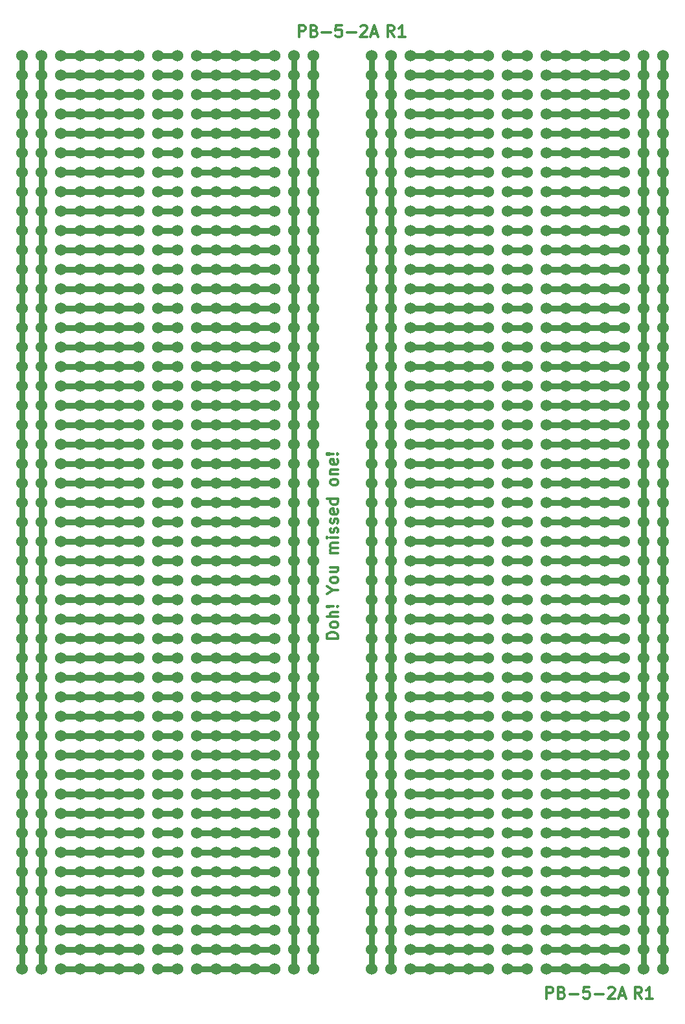
<source format=gbr>
G04 #@! TF.FileFunction,Copper,L1,Top,Signal*
%FSLAX46Y46*%
G04 Gerber Fmt 4.6, Leading zero omitted, Abs format (unit mm)*
G04 Created by KiCad (PCBNEW 4.0.7) date 08/18/19 22:54:49*
%MOMM*%
%LPD*%
G01*
G04 APERTURE LIST*
%ADD10C,0.100000*%
%ADD11C,0.300000*%
%ADD12C,1.524000*%
%ADD13C,0.750000*%
G04 APERTURE END LIST*
D10*
D11*
X109898571Y-127006429D02*
X108398571Y-127006429D01*
X108398571Y-126649286D01*
X108470000Y-126435001D01*
X108612857Y-126292143D01*
X108755714Y-126220715D01*
X109041429Y-126149286D01*
X109255714Y-126149286D01*
X109541429Y-126220715D01*
X109684286Y-126292143D01*
X109827143Y-126435001D01*
X109898571Y-126649286D01*
X109898571Y-127006429D01*
X109898571Y-125292143D02*
X109827143Y-125435001D01*
X109755714Y-125506429D01*
X109612857Y-125577858D01*
X109184286Y-125577858D01*
X109041429Y-125506429D01*
X108970000Y-125435001D01*
X108898571Y-125292143D01*
X108898571Y-125077858D01*
X108970000Y-124935001D01*
X109041429Y-124863572D01*
X109184286Y-124792143D01*
X109612857Y-124792143D01*
X109755714Y-124863572D01*
X109827143Y-124935001D01*
X109898571Y-125077858D01*
X109898571Y-125292143D01*
X109898571Y-124149286D02*
X108398571Y-124149286D01*
X109898571Y-123506429D02*
X109112857Y-123506429D01*
X108970000Y-123577858D01*
X108898571Y-123720715D01*
X108898571Y-123935000D01*
X108970000Y-124077858D01*
X109041429Y-124149286D01*
X109755714Y-122792143D02*
X109827143Y-122720715D01*
X109898571Y-122792143D01*
X109827143Y-122863572D01*
X109755714Y-122792143D01*
X109898571Y-122792143D01*
X109327143Y-122792143D02*
X108470000Y-122863572D01*
X108398571Y-122792143D01*
X108470000Y-122720715D01*
X109327143Y-122792143D01*
X108398571Y-122792143D01*
X109184286Y-120649286D02*
X109898571Y-120649286D01*
X108398571Y-121149286D02*
X109184286Y-120649286D01*
X108398571Y-120149286D01*
X109898571Y-119435000D02*
X109827143Y-119577858D01*
X109755714Y-119649286D01*
X109612857Y-119720715D01*
X109184286Y-119720715D01*
X109041429Y-119649286D01*
X108970000Y-119577858D01*
X108898571Y-119435000D01*
X108898571Y-119220715D01*
X108970000Y-119077858D01*
X109041429Y-119006429D01*
X109184286Y-118935000D01*
X109612857Y-118935000D01*
X109755714Y-119006429D01*
X109827143Y-119077858D01*
X109898571Y-119220715D01*
X109898571Y-119435000D01*
X108898571Y-117649286D02*
X109898571Y-117649286D01*
X108898571Y-118292143D02*
X109684286Y-118292143D01*
X109827143Y-118220715D01*
X109898571Y-118077857D01*
X109898571Y-117863572D01*
X109827143Y-117720715D01*
X109755714Y-117649286D01*
X109898571Y-115792143D02*
X108898571Y-115792143D01*
X109041429Y-115792143D02*
X108970000Y-115720715D01*
X108898571Y-115577857D01*
X108898571Y-115363572D01*
X108970000Y-115220715D01*
X109112857Y-115149286D01*
X109898571Y-115149286D01*
X109112857Y-115149286D02*
X108970000Y-115077857D01*
X108898571Y-114935000D01*
X108898571Y-114720715D01*
X108970000Y-114577857D01*
X109112857Y-114506429D01*
X109898571Y-114506429D01*
X109898571Y-113792143D02*
X108898571Y-113792143D01*
X108398571Y-113792143D02*
X108470000Y-113863572D01*
X108541429Y-113792143D01*
X108470000Y-113720715D01*
X108398571Y-113792143D01*
X108541429Y-113792143D01*
X109827143Y-113149286D02*
X109898571Y-113006429D01*
X109898571Y-112720714D01*
X109827143Y-112577857D01*
X109684286Y-112506429D01*
X109612857Y-112506429D01*
X109470000Y-112577857D01*
X109398571Y-112720714D01*
X109398571Y-112935000D01*
X109327143Y-113077857D01*
X109184286Y-113149286D01*
X109112857Y-113149286D01*
X108970000Y-113077857D01*
X108898571Y-112935000D01*
X108898571Y-112720714D01*
X108970000Y-112577857D01*
X109827143Y-111935000D02*
X109898571Y-111792143D01*
X109898571Y-111506428D01*
X109827143Y-111363571D01*
X109684286Y-111292143D01*
X109612857Y-111292143D01*
X109470000Y-111363571D01*
X109398571Y-111506428D01*
X109398571Y-111720714D01*
X109327143Y-111863571D01*
X109184286Y-111935000D01*
X109112857Y-111935000D01*
X108970000Y-111863571D01*
X108898571Y-111720714D01*
X108898571Y-111506428D01*
X108970000Y-111363571D01*
X109827143Y-110077857D02*
X109898571Y-110220714D01*
X109898571Y-110506428D01*
X109827143Y-110649285D01*
X109684286Y-110720714D01*
X109112857Y-110720714D01*
X108970000Y-110649285D01*
X108898571Y-110506428D01*
X108898571Y-110220714D01*
X108970000Y-110077857D01*
X109112857Y-110006428D01*
X109255714Y-110006428D01*
X109398571Y-110720714D01*
X109898571Y-108720714D02*
X108398571Y-108720714D01*
X109827143Y-108720714D02*
X109898571Y-108863571D01*
X109898571Y-109149285D01*
X109827143Y-109292143D01*
X109755714Y-109363571D01*
X109612857Y-109435000D01*
X109184286Y-109435000D01*
X109041429Y-109363571D01*
X108970000Y-109292143D01*
X108898571Y-109149285D01*
X108898571Y-108863571D01*
X108970000Y-108720714D01*
X109898571Y-106649285D02*
X109827143Y-106792143D01*
X109755714Y-106863571D01*
X109612857Y-106935000D01*
X109184286Y-106935000D01*
X109041429Y-106863571D01*
X108970000Y-106792143D01*
X108898571Y-106649285D01*
X108898571Y-106435000D01*
X108970000Y-106292143D01*
X109041429Y-106220714D01*
X109184286Y-106149285D01*
X109612857Y-106149285D01*
X109755714Y-106220714D01*
X109827143Y-106292143D01*
X109898571Y-106435000D01*
X109898571Y-106649285D01*
X108898571Y-105506428D02*
X109898571Y-105506428D01*
X109041429Y-105506428D02*
X108970000Y-105435000D01*
X108898571Y-105292142D01*
X108898571Y-105077857D01*
X108970000Y-104935000D01*
X109112857Y-104863571D01*
X109898571Y-104863571D01*
X109827143Y-103577857D02*
X109898571Y-103720714D01*
X109898571Y-104006428D01*
X109827143Y-104149285D01*
X109684286Y-104220714D01*
X109112857Y-104220714D01*
X108970000Y-104149285D01*
X108898571Y-104006428D01*
X108898571Y-103720714D01*
X108970000Y-103577857D01*
X109112857Y-103506428D01*
X109255714Y-103506428D01*
X109398571Y-104220714D01*
X109755714Y-102863571D02*
X109827143Y-102792143D01*
X109898571Y-102863571D01*
X109827143Y-102935000D01*
X109755714Y-102863571D01*
X109898571Y-102863571D01*
X109327143Y-102863571D02*
X108470000Y-102935000D01*
X108398571Y-102863571D01*
X108470000Y-102792143D01*
X109327143Y-102863571D01*
X108398571Y-102863571D01*
X137168572Y-174033571D02*
X137168572Y-172533571D01*
X137740000Y-172533571D01*
X137882858Y-172605000D01*
X137954286Y-172676429D01*
X138025715Y-172819286D01*
X138025715Y-173033571D01*
X137954286Y-173176429D01*
X137882858Y-173247857D01*
X137740000Y-173319286D01*
X137168572Y-173319286D01*
X139168572Y-173247857D02*
X139382858Y-173319286D01*
X139454286Y-173390714D01*
X139525715Y-173533571D01*
X139525715Y-173747857D01*
X139454286Y-173890714D01*
X139382858Y-173962143D01*
X139240000Y-174033571D01*
X138668572Y-174033571D01*
X138668572Y-172533571D01*
X139168572Y-172533571D01*
X139311429Y-172605000D01*
X139382858Y-172676429D01*
X139454286Y-172819286D01*
X139454286Y-172962143D01*
X139382858Y-173105000D01*
X139311429Y-173176429D01*
X139168572Y-173247857D01*
X138668572Y-173247857D01*
X140168572Y-173462143D02*
X141311429Y-173462143D01*
X142740001Y-172533571D02*
X142025715Y-172533571D01*
X141954286Y-173247857D01*
X142025715Y-173176429D01*
X142168572Y-173105000D01*
X142525715Y-173105000D01*
X142668572Y-173176429D01*
X142740001Y-173247857D01*
X142811429Y-173390714D01*
X142811429Y-173747857D01*
X142740001Y-173890714D01*
X142668572Y-173962143D01*
X142525715Y-174033571D01*
X142168572Y-174033571D01*
X142025715Y-173962143D01*
X141954286Y-173890714D01*
X143454286Y-173462143D02*
X144597143Y-173462143D01*
X145240000Y-172676429D02*
X145311429Y-172605000D01*
X145454286Y-172533571D01*
X145811429Y-172533571D01*
X145954286Y-172605000D01*
X146025715Y-172676429D01*
X146097143Y-172819286D01*
X146097143Y-172962143D01*
X146025715Y-173176429D01*
X145168572Y-174033571D01*
X146097143Y-174033571D01*
X146668571Y-173605000D02*
X147382857Y-173605000D01*
X146525714Y-174033571D02*
X147025714Y-172533571D01*
X147525714Y-174033571D01*
X149610001Y-174033571D02*
X149110001Y-173319286D01*
X148752858Y-174033571D02*
X148752858Y-172533571D01*
X149324286Y-172533571D01*
X149467144Y-172605000D01*
X149538572Y-172676429D01*
X149610001Y-172819286D01*
X149610001Y-173033571D01*
X149538572Y-173176429D01*
X149467144Y-173247857D01*
X149324286Y-173319286D01*
X148752858Y-173319286D01*
X151038572Y-174033571D02*
X150181429Y-174033571D01*
X150610001Y-174033571D02*
X150610001Y-172533571D01*
X150467144Y-172747857D01*
X150324286Y-172890714D01*
X150181429Y-172962143D01*
X117225001Y-48303571D02*
X116725001Y-47589286D01*
X116367858Y-48303571D02*
X116367858Y-46803571D01*
X116939286Y-46803571D01*
X117082144Y-46875000D01*
X117153572Y-46946429D01*
X117225001Y-47089286D01*
X117225001Y-47303571D01*
X117153572Y-47446429D01*
X117082144Y-47517857D01*
X116939286Y-47589286D01*
X116367858Y-47589286D01*
X118653572Y-48303571D02*
X117796429Y-48303571D01*
X118225001Y-48303571D02*
X118225001Y-46803571D01*
X118082144Y-47017857D01*
X117939286Y-47160714D01*
X117796429Y-47232143D01*
X104783572Y-48303571D02*
X104783572Y-46803571D01*
X105355000Y-46803571D01*
X105497858Y-46875000D01*
X105569286Y-46946429D01*
X105640715Y-47089286D01*
X105640715Y-47303571D01*
X105569286Y-47446429D01*
X105497858Y-47517857D01*
X105355000Y-47589286D01*
X104783572Y-47589286D01*
X106783572Y-47517857D02*
X106997858Y-47589286D01*
X107069286Y-47660714D01*
X107140715Y-47803571D01*
X107140715Y-48017857D01*
X107069286Y-48160714D01*
X106997858Y-48232143D01*
X106855000Y-48303571D01*
X106283572Y-48303571D01*
X106283572Y-46803571D01*
X106783572Y-46803571D01*
X106926429Y-46875000D01*
X106997858Y-46946429D01*
X107069286Y-47089286D01*
X107069286Y-47232143D01*
X106997858Y-47375000D01*
X106926429Y-47446429D01*
X106783572Y-47517857D01*
X106283572Y-47517857D01*
X107783572Y-47732143D02*
X108926429Y-47732143D01*
X110355001Y-46803571D02*
X109640715Y-46803571D01*
X109569286Y-47517857D01*
X109640715Y-47446429D01*
X109783572Y-47375000D01*
X110140715Y-47375000D01*
X110283572Y-47446429D01*
X110355001Y-47517857D01*
X110426429Y-47660714D01*
X110426429Y-48017857D01*
X110355001Y-48160714D01*
X110283572Y-48232143D01*
X110140715Y-48303571D01*
X109783572Y-48303571D01*
X109640715Y-48232143D01*
X109569286Y-48160714D01*
X111069286Y-47732143D02*
X112212143Y-47732143D01*
X112855000Y-46946429D02*
X112926429Y-46875000D01*
X113069286Y-46803571D01*
X113426429Y-46803571D01*
X113569286Y-46875000D01*
X113640715Y-46946429D01*
X113712143Y-47089286D01*
X113712143Y-47232143D01*
X113640715Y-47446429D01*
X112783572Y-48303571D01*
X113712143Y-48303571D01*
X114283571Y-47875000D02*
X114997857Y-47875000D01*
X114140714Y-48303571D02*
X114640714Y-46803571D01*
X115140714Y-48303571D01*
D12*
X73660000Y-78740000D03*
X76200000Y-78740000D03*
X78740000Y-78740000D03*
X81280000Y-78740000D03*
X83820000Y-78740000D03*
X73660000Y-76200000D03*
X76200000Y-76200000D03*
X78740000Y-76200000D03*
X81280000Y-76200000D03*
X83820000Y-76200000D03*
X73660000Y-81280000D03*
X76200000Y-81280000D03*
X78740000Y-81280000D03*
X81280000Y-81280000D03*
X83820000Y-81280000D03*
X73660000Y-86360000D03*
X76200000Y-86360000D03*
X78740000Y-86360000D03*
X81280000Y-86360000D03*
X83820000Y-86360000D03*
X73660000Y-83820000D03*
X76200000Y-83820000D03*
X78740000Y-83820000D03*
X81280000Y-83820000D03*
X83820000Y-83820000D03*
X68580000Y-86360000D03*
X68580000Y-83820000D03*
X68580000Y-81280000D03*
X68580000Y-78740000D03*
X68580000Y-76200000D03*
X71120000Y-86360000D03*
X71120000Y-83820000D03*
X71120000Y-81280000D03*
X71120000Y-78740000D03*
X71120000Y-76200000D03*
X73660000Y-58420000D03*
X76200000Y-58420000D03*
X78740000Y-58420000D03*
X81280000Y-58420000D03*
X83820000Y-58420000D03*
X73660000Y-55880000D03*
X76200000Y-55880000D03*
X78740000Y-55880000D03*
X81280000Y-55880000D03*
X83820000Y-55880000D03*
X73660000Y-53340000D03*
X76200000Y-53340000D03*
X78740000Y-53340000D03*
X81280000Y-53340000D03*
X83820000Y-53340000D03*
X68580000Y-60960000D03*
X68580000Y-58420000D03*
X68580000Y-55880000D03*
X68580000Y-53340000D03*
X68580000Y-50800000D03*
X71120000Y-60960000D03*
X71120000Y-58420000D03*
X71120000Y-55880000D03*
X71120000Y-53340000D03*
X71120000Y-50800000D03*
X73660000Y-60960000D03*
X76200000Y-60960000D03*
X78740000Y-60960000D03*
X81280000Y-60960000D03*
X83820000Y-60960000D03*
X73660000Y-50800000D03*
X76200000Y-50800000D03*
X78740000Y-50800000D03*
X81280000Y-50800000D03*
X83820000Y-50800000D03*
X73660000Y-63500000D03*
X76200000Y-63500000D03*
X78740000Y-63500000D03*
X81280000Y-63500000D03*
X83820000Y-63500000D03*
X73660000Y-68580000D03*
X76200000Y-68580000D03*
X78740000Y-68580000D03*
X81280000Y-68580000D03*
X83820000Y-68580000D03*
X73660000Y-73660000D03*
X76200000Y-73660000D03*
X78740000Y-73660000D03*
X81280000Y-73660000D03*
X83820000Y-73660000D03*
X68580000Y-73660000D03*
X68580000Y-71120000D03*
X68580000Y-68580000D03*
X68580000Y-66040000D03*
X68580000Y-63500000D03*
X73660000Y-66040000D03*
X76200000Y-66040000D03*
X78740000Y-66040000D03*
X81280000Y-66040000D03*
X83820000Y-66040000D03*
X73660000Y-71120000D03*
X76200000Y-71120000D03*
X78740000Y-71120000D03*
X81280000Y-71120000D03*
X83820000Y-71120000D03*
X71120000Y-73660000D03*
X71120000Y-71120000D03*
X71120000Y-68580000D03*
X71120000Y-66040000D03*
X71120000Y-63500000D03*
X86360000Y-86360000D03*
X88900000Y-86360000D03*
X86360000Y-81280000D03*
X88900000Y-81280000D03*
X86360000Y-71120000D03*
X88900000Y-71120000D03*
X86360000Y-83820000D03*
X88900000Y-83820000D03*
X86360000Y-78740000D03*
X88900000Y-78740000D03*
X86360000Y-76200000D03*
X88900000Y-76200000D03*
X68580000Y-124460000D03*
X68580000Y-121920000D03*
X68580000Y-119380000D03*
X68580000Y-116840000D03*
X68580000Y-114300000D03*
X71120000Y-124460000D03*
X71120000Y-121920000D03*
X71120000Y-119380000D03*
X71120000Y-116840000D03*
X71120000Y-114300000D03*
X68580000Y-111760000D03*
X68580000Y-109220000D03*
X68580000Y-106680000D03*
X68580000Y-104140000D03*
X68580000Y-101600000D03*
X71120000Y-111760000D03*
X71120000Y-109220000D03*
X71120000Y-106680000D03*
X71120000Y-104140000D03*
X71120000Y-101600000D03*
X73660000Y-101600000D03*
X76200000Y-101600000D03*
X78740000Y-101600000D03*
X81280000Y-101600000D03*
X83820000Y-101600000D03*
X73660000Y-104140000D03*
X76200000Y-104140000D03*
X78740000Y-104140000D03*
X81280000Y-104140000D03*
X83820000Y-104140000D03*
X73660000Y-109220000D03*
X76200000Y-109220000D03*
X78740000Y-109220000D03*
X81280000Y-109220000D03*
X83820000Y-109220000D03*
X73660000Y-111760000D03*
X76200000Y-111760000D03*
X78740000Y-111760000D03*
X81280000Y-111760000D03*
X83820000Y-111760000D03*
X73660000Y-106680000D03*
X76200000Y-106680000D03*
X78740000Y-106680000D03*
X81280000Y-106680000D03*
X83820000Y-106680000D03*
X73660000Y-96520000D03*
X76200000Y-96520000D03*
X78740000Y-96520000D03*
X81280000Y-96520000D03*
X83820000Y-96520000D03*
X71120000Y-99060000D03*
X71120000Y-96520000D03*
X71120000Y-93980000D03*
X71120000Y-91440000D03*
X71120000Y-88900000D03*
X68580000Y-99060000D03*
X68580000Y-96520000D03*
X68580000Y-93980000D03*
X68580000Y-91440000D03*
X68580000Y-88900000D03*
X73660000Y-99060000D03*
X76200000Y-99060000D03*
X78740000Y-99060000D03*
X81280000Y-99060000D03*
X83820000Y-99060000D03*
X73660000Y-91440000D03*
X76200000Y-91440000D03*
X78740000Y-91440000D03*
X81280000Y-91440000D03*
X83820000Y-91440000D03*
X73660000Y-93980000D03*
X76200000Y-93980000D03*
X78740000Y-93980000D03*
X81280000Y-93980000D03*
X83820000Y-93980000D03*
X73660000Y-88900000D03*
X76200000Y-88900000D03*
X78740000Y-88900000D03*
X81280000Y-88900000D03*
X83820000Y-88900000D03*
X86360000Y-121920000D03*
X88900000Y-121920000D03*
X86360000Y-119380000D03*
X88900000Y-119380000D03*
X86360000Y-116840000D03*
X88900000Y-116840000D03*
X73660000Y-124460000D03*
X76200000Y-124460000D03*
X78740000Y-124460000D03*
X81280000Y-124460000D03*
X83820000Y-124460000D03*
X73660000Y-114300000D03*
X76200000Y-114300000D03*
X78740000Y-114300000D03*
X81280000Y-114300000D03*
X83820000Y-114300000D03*
X73660000Y-121920000D03*
X76200000Y-121920000D03*
X78740000Y-121920000D03*
X81280000Y-121920000D03*
X83820000Y-121920000D03*
X73660000Y-116840000D03*
X76200000Y-116840000D03*
X78740000Y-116840000D03*
X81280000Y-116840000D03*
X83820000Y-116840000D03*
X73660000Y-119380000D03*
X76200000Y-119380000D03*
X78740000Y-119380000D03*
X81280000Y-119380000D03*
X83820000Y-119380000D03*
X91440000Y-88900000D03*
X93980000Y-88900000D03*
X96520000Y-88900000D03*
X99060000Y-88900000D03*
X101600000Y-88900000D03*
X86360000Y-93980000D03*
X88900000Y-93980000D03*
X86360000Y-88900000D03*
X88900000Y-88900000D03*
X86360000Y-91440000D03*
X88900000Y-91440000D03*
X91440000Y-93980000D03*
X93980000Y-93980000D03*
X96520000Y-93980000D03*
X99060000Y-93980000D03*
X101600000Y-93980000D03*
X91440000Y-91440000D03*
X93980000Y-91440000D03*
X96520000Y-91440000D03*
X99060000Y-91440000D03*
X101600000Y-91440000D03*
X91440000Y-96520000D03*
X93980000Y-96520000D03*
X96520000Y-96520000D03*
X99060000Y-96520000D03*
X101600000Y-96520000D03*
X106680000Y-99060000D03*
X106680000Y-96520000D03*
X106680000Y-93980000D03*
X106680000Y-91440000D03*
X106680000Y-88900000D03*
X104140000Y-99060000D03*
X104140000Y-96520000D03*
X104140000Y-93980000D03*
X104140000Y-91440000D03*
X104140000Y-88900000D03*
X91440000Y-99060000D03*
X93980000Y-99060000D03*
X96520000Y-99060000D03*
X99060000Y-99060000D03*
X101600000Y-99060000D03*
X91440000Y-124460000D03*
X93980000Y-124460000D03*
X96520000Y-124460000D03*
X99060000Y-124460000D03*
X101600000Y-124460000D03*
X91440000Y-121920000D03*
X93980000Y-121920000D03*
X96520000Y-121920000D03*
X99060000Y-121920000D03*
X101600000Y-121920000D03*
X91440000Y-116840000D03*
X93980000Y-116840000D03*
X96520000Y-116840000D03*
X99060000Y-116840000D03*
X101600000Y-116840000D03*
X91440000Y-119380000D03*
X93980000Y-119380000D03*
X96520000Y-119380000D03*
X99060000Y-119380000D03*
X101600000Y-119380000D03*
X106680000Y-124460000D03*
X106680000Y-121920000D03*
X106680000Y-119380000D03*
X106680000Y-116840000D03*
X106680000Y-114300000D03*
X104140000Y-124460000D03*
X104140000Y-121920000D03*
X104140000Y-119380000D03*
X104140000Y-116840000D03*
X104140000Y-114300000D03*
X91440000Y-114300000D03*
X93980000Y-114300000D03*
X96520000Y-114300000D03*
X99060000Y-114300000D03*
X101600000Y-114300000D03*
X86360000Y-124460000D03*
X88900000Y-124460000D03*
X86360000Y-99060000D03*
X88900000Y-99060000D03*
X86360000Y-104140000D03*
X88900000Y-104140000D03*
X86360000Y-106680000D03*
X88900000Y-106680000D03*
X86360000Y-96520000D03*
X88900000Y-96520000D03*
X86360000Y-101600000D03*
X88900000Y-101600000D03*
X86360000Y-114300000D03*
X88900000Y-114300000D03*
X86360000Y-109220000D03*
X88900000Y-109220000D03*
X86360000Y-111760000D03*
X88900000Y-111760000D03*
X91440000Y-101600000D03*
X93980000Y-101600000D03*
X96520000Y-101600000D03*
X99060000Y-101600000D03*
X101600000Y-101600000D03*
X91440000Y-104140000D03*
X93980000Y-104140000D03*
X96520000Y-104140000D03*
X99060000Y-104140000D03*
X101600000Y-104140000D03*
X91440000Y-111760000D03*
X93980000Y-111760000D03*
X96520000Y-111760000D03*
X99060000Y-111760000D03*
X101600000Y-111760000D03*
X91440000Y-109220000D03*
X93980000Y-109220000D03*
X96520000Y-109220000D03*
X99060000Y-109220000D03*
X101600000Y-109220000D03*
X106680000Y-111760000D03*
X106680000Y-109220000D03*
X106680000Y-106680000D03*
X106680000Y-104140000D03*
X106680000Y-101600000D03*
X104140000Y-111760000D03*
X104140000Y-109220000D03*
X104140000Y-106680000D03*
X104140000Y-104140000D03*
X104140000Y-101600000D03*
X91440000Y-106680000D03*
X93980000Y-106680000D03*
X96520000Y-106680000D03*
X99060000Y-106680000D03*
X101600000Y-106680000D03*
X86360000Y-149860000D03*
X88900000Y-149860000D03*
X86360000Y-157480000D03*
X88900000Y-157480000D03*
X86360000Y-154940000D03*
X88900000Y-154940000D03*
X86360000Y-152400000D03*
X88900000Y-152400000D03*
X106680000Y-162560000D03*
X106680000Y-160020000D03*
X106680000Y-157480000D03*
X106680000Y-154940000D03*
X106680000Y-152400000D03*
X91440000Y-162560000D03*
X93980000Y-162560000D03*
X96520000Y-162560000D03*
X99060000Y-162560000D03*
X101600000Y-162560000D03*
X106680000Y-170180000D03*
X106680000Y-167640000D03*
X106680000Y-165100000D03*
X104140000Y-162560000D03*
X104140000Y-160020000D03*
X104140000Y-157480000D03*
X104140000Y-154940000D03*
X104140000Y-152400000D03*
X104140000Y-170180000D03*
X104140000Y-167640000D03*
X104140000Y-165100000D03*
X73660000Y-160020000D03*
X76200000Y-160020000D03*
X78740000Y-160020000D03*
X81280000Y-160020000D03*
X83820000Y-160020000D03*
X73660000Y-162560000D03*
X76200000Y-162560000D03*
X78740000Y-162560000D03*
X81280000Y-162560000D03*
X83820000Y-162560000D03*
X71120000Y-162560000D03*
X71120000Y-160020000D03*
X71120000Y-157480000D03*
X71120000Y-154940000D03*
X71120000Y-152400000D03*
X73660000Y-152400000D03*
X76200000Y-152400000D03*
X78740000Y-152400000D03*
X81280000Y-152400000D03*
X83820000Y-152400000D03*
X73660000Y-149860000D03*
X76200000Y-149860000D03*
X78740000Y-149860000D03*
X81280000Y-149860000D03*
X83820000Y-149860000D03*
X73660000Y-154940000D03*
X76200000Y-154940000D03*
X78740000Y-154940000D03*
X81280000Y-154940000D03*
X83820000Y-154940000D03*
X68580000Y-162560000D03*
X68580000Y-160020000D03*
X68580000Y-157480000D03*
X68580000Y-154940000D03*
X68580000Y-152400000D03*
X73660000Y-157480000D03*
X76200000Y-157480000D03*
X78740000Y-157480000D03*
X81280000Y-157480000D03*
X83820000Y-157480000D03*
X73660000Y-165100000D03*
X76200000Y-165100000D03*
X78740000Y-165100000D03*
X81280000Y-165100000D03*
X83820000Y-165100000D03*
X71120000Y-170180000D03*
X71120000Y-167640000D03*
X71120000Y-165100000D03*
X68580000Y-170180000D03*
X68580000Y-167640000D03*
X68580000Y-165100000D03*
X73660000Y-167640000D03*
X76200000Y-167640000D03*
X78740000Y-167640000D03*
X81280000Y-167640000D03*
X83820000Y-167640000D03*
X86360000Y-160020000D03*
X88900000Y-160020000D03*
X86360000Y-162560000D03*
X88900000Y-162560000D03*
X73660000Y-170180000D03*
X76200000Y-170180000D03*
X78740000Y-170180000D03*
X81280000Y-170180000D03*
X83820000Y-170180000D03*
X86360000Y-165100000D03*
X88900000Y-165100000D03*
X91440000Y-167640000D03*
X93980000Y-167640000D03*
X96520000Y-167640000D03*
X99060000Y-167640000D03*
X101600000Y-167640000D03*
X86360000Y-170180000D03*
X88900000Y-170180000D03*
X91440000Y-170180000D03*
X93980000Y-170180000D03*
X96520000Y-170180000D03*
X99060000Y-170180000D03*
X101600000Y-170180000D03*
X91440000Y-165100000D03*
X93980000Y-165100000D03*
X96520000Y-165100000D03*
X99060000Y-165100000D03*
X101600000Y-165100000D03*
X86360000Y-167640000D03*
X88900000Y-167640000D03*
X91440000Y-154940000D03*
X93980000Y-154940000D03*
X96520000Y-154940000D03*
X99060000Y-154940000D03*
X101600000Y-154940000D03*
X91440000Y-152400000D03*
X93980000Y-152400000D03*
X96520000Y-152400000D03*
X99060000Y-152400000D03*
X101600000Y-152400000D03*
X91440000Y-149860000D03*
X93980000Y-149860000D03*
X96520000Y-149860000D03*
X99060000Y-149860000D03*
X101600000Y-149860000D03*
X91440000Y-160020000D03*
X93980000Y-160020000D03*
X96520000Y-160020000D03*
X99060000Y-160020000D03*
X101600000Y-160020000D03*
X91440000Y-157480000D03*
X93980000Y-157480000D03*
X96520000Y-157480000D03*
X99060000Y-157480000D03*
X101600000Y-157480000D03*
X73660000Y-137160000D03*
X76200000Y-137160000D03*
X78740000Y-137160000D03*
X81280000Y-137160000D03*
X83820000Y-137160000D03*
X68580000Y-137160000D03*
X68580000Y-134620000D03*
X68580000Y-132080000D03*
X68580000Y-129540000D03*
X68580000Y-127000000D03*
X71120000Y-137160000D03*
X71120000Y-134620000D03*
X71120000Y-132080000D03*
X71120000Y-129540000D03*
X71120000Y-127000000D03*
X73660000Y-134620000D03*
X76200000Y-134620000D03*
X78740000Y-134620000D03*
X81280000Y-134620000D03*
X83820000Y-134620000D03*
X86360000Y-127000000D03*
X88900000Y-127000000D03*
X73660000Y-132080000D03*
X76200000Y-132080000D03*
X78740000Y-132080000D03*
X81280000Y-132080000D03*
X83820000Y-132080000D03*
X73660000Y-129540000D03*
X76200000Y-129540000D03*
X78740000Y-129540000D03*
X81280000Y-129540000D03*
X83820000Y-129540000D03*
X73660000Y-127000000D03*
X76200000Y-127000000D03*
X78740000Y-127000000D03*
X81280000Y-127000000D03*
X83820000Y-127000000D03*
X91440000Y-127000000D03*
X93980000Y-127000000D03*
X96520000Y-127000000D03*
X99060000Y-127000000D03*
X101600000Y-127000000D03*
X106680000Y-137160000D03*
X106680000Y-134620000D03*
X106680000Y-132080000D03*
X106680000Y-129540000D03*
X106680000Y-127000000D03*
X104140000Y-137160000D03*
X104140000Y-134620000D03*
X104140000Y-132080000D03*
X104140000Y-129540000D03*
X104140000Y-127000000D03*
X91440000Y-137160000D03*
X93980000Y-137160000D03*
X96520000Y-137160000D03*
X99060000Y-137160000D03*
X101600000Y-137160000D03*
X91440000Y-134620000D03*
X93980000Y-134620000D03*
X96520000Y-134620000D03*
X99060000Y-134620000D03*
X101600000Y-134620000D03*
X91440000Y-129540000D03*
X93980000Y-129540000D03*
X96520000Y-129540000D03*
X99060000Y-129540000D03*
X101600000Y-129540000D03*
X91440000Y-132080000D03*
X93980000Y-132080000D03*
X96520000Y-132080000D03*
X99060000Y-132080000D03*
X101600000Y-132080000D03*
X86360000Y-147320000D03*
X88900000Y-147320000D03*
X86360000Y-144780000D03*
X88900000Y-144780000D03*
X86360000Y-142240000D03*
X88900000Y-142240000D03*
X86360000Y-139700000D03*
X88900000Y-139700000D03*
X86360000Y-137160000D03*
X88900000Y-137160000D03*
X86360000Y-134620000D03*
X88900000Y-134620000D03*
X86360000Y-129540000D03*
X88900000Y-129540000D03*
X86360000Y-132080000D03*
X88900000Y-132080000D03*
X73660000Y-147320000D03*
X76200000Y-147320000D03*
X78740000Y-147320000D03*
X81280000Y-147320000D03*
X83820000Y-147320000D03*
X71120000Y-149860000D03*
X71120000Y-147320000D03*
X71120000Y-144780000D03*
X71120000Y-142240000D03*
X71120000Y-139700000D03*
X73660000Y-144780000D03*
X76200000Y-144780000D03*
X78740000Y-144780000D03*
X81280000Y-144780000D03*
X83820000Y-144780000D03*
X73660000Y-139700000D03*
X76200000Y-139700000D03*
X78740000Y-139700000D03*
X81280000Y-139700000D03*
X83820000Y-139700000D03*
X68580000Y-149860000D03*
X68580000Y-147320000D03*
X68580000Y-144780000D03*
X68580000Y-142240000D03*
X68580000Y-139700000D03*
X73660000Y-142240000D03*
X76200000Y-142240000D03*
X78740000Y-142240000D03*
X81280000Y-142240000D03*
X83820000Y-142240000D03*
X91440000Y-144780000D03*
X93980000Y-144780000D03*
X96520000Y-144780000D03*
X99060000Y-144780000D03*
X101600000Y-144780000D03*
X106680000Y-149860000D03*
X106680000Y-147320000D03*
X106680000Y-144780000D03*
X106680000Y-142240000D03*
X106680000Y-139700000D03*
X104140000Y-149860000D03*
X104140000Y-147320000D03*
X104140000Y-144780000D03*
X104140000Y-142240000D03*
X104140000Y-139700000D03*
X91440000Y-139700000D03*
X93980000Y-139700000D03*
X96520000Y-139700000D03*
X99060000Y-139700000D03*
X101600000Y-139700000D03*
X91440000Y-147320000D03*
X93980000Y-147320000D03*
X96520000Y-147320000D03*
X99060000Y-147320000D03*
X101600000Y-147320000D03*
X91440000Y-142240000D03*
X93980000Y-142240000D03*
X96520000Y-142240000D03*
X99060000Y-142240000D03*
X101600000Y-142240000D03*
X86360000Y-63500000D03*
X88900000Y-63500000D03*
X86360000Y-73660000D03*
X88900000Y-73660000D03*
X86360000Y-68580000D03*
X88900000Y-68580000D03*
X86360000Y-66040000D03*
X88900000Y-66040000D03*
X91440000Y-73660000D03*
X93980000Y-73660000D03*
X96520000Y-73660000D03*
X99060000Y-73660000D03*
X101600000Y-73660000D03*
X104140000Y-73660000D03*
X104140000Y-71120000D03*
X104140000Y-68580000D03*
X104140000Y-66040000D03*
X104140000Y-63500000D03*
X91440000Y-66040000D03*
X93980000Y-66040000D03*
X96520000Y-66040000D03*
X99060000Y-66040000D03*
X101600000Y-66040000D03*
X91440000Y-71120000D03*
X93980000Y-71120000D03*
X96520000Y-71120000D03*
X99060000Y-71120000D03*
X101600000Y-71120000D03*
X91440000Y-63500000D03*
X93980000Y-63500000D03*
X96520000Y-63500000D03*
X99060000Y-63500000D03*
X101600000Y-63500000D03*
X106680000Y-73660000D03*
X106680000Y-71120000D03*
X106680000Y-68580000D03*
X106680000Y-66040000D03*
X106680000Y-63500000D03*
X91440000Y-60960000D03*
X93980000Y-60960000D03*
X96520000Y-60960000D03*
X99060000Y-60960000D03*
X101600000Y-60960000D03*
X91440000Y-68580000D03*
X93980000Y-68580000D03*
X96520000Y-68580000D03*
X99060000Y-68580000D03*
X101600000Y-68580000D03*
X91440000Y-55880000D03*
X93980000Y-55880000D03*
X96520000Y-55880000D03*
X99060000Y-55880000D03*
X101600000Y-55880000D03*
X91440000Y-53340000D03*
X93980000Y-53340000D03*
X96520000Y-53340000D03*
X99060000Y-53340000D03*
X101600000Y-53340000D03*
X106680000Y-60960000D03*
X106680000Y-58420000D03*
X106680000Y-55880000D03*
X106680000Y-53340000D03*
X106680000Y-50800000D03*
X104140000Y-60960000D03*
X104140000Y-58420000D03*
X104140000Y-55880000D03*
X104140000Y-53340000D03*
X104140000Y-50800000D03*
X91440000Y-50800000D03*
X93980000Y-50800000D03*
X96520000Y-50800000D03*
X99060000Y-50800000D03*
X101600000Y-50800000D03*
X86360000Y-60960000D03*
X88900000Y-60960000D03*
X86360000Y-55880000D03*
X88900000Y-55880000D03*
X86360000Y-58420000D03*
X88900000Y-58420000D03*
X86360000Y-53340000D03*
X88900000Y-53340000D03*
X86360000Y-50800000D03*
X88900000Y-50800000D03*
X91440000Y-58420000D03*
X93980000Y-58420000D03*
X96520000Y-58420000D03*
X99060000Y-58420000D03*
X101600000Y-58420000D03*
X91440000Y-83820000D03*
X93980000Y-83820000D03*
X96520000Y-83820000D03*
X99060000Y-83820000D03*
X101600000Y-83820000D03*
X91440000Y-76200000D03*
X93980000Y-76200000D03*
X96520000Y-76200000D03*
X99060000Y-76200000D03*
X101600000Y-76200000D03*
X106680000Y-86360000D03*
X106680000Y-83820000D03*
X106680000Y-81280000D03*
X106680000Y-78740000D03*
X106680000Y-76200000D03*
X91440000Y-81280000D03*
X93980000Y-81280000D03*
X96520000Y-81280000D03*
X99060000Y-81280000D03*
X101600000Y-81280000D03*
X91440000Y-78740000D03*
X93980000Y-78740000D03*
X96520000Y-78740000D03*
X99060000Y-78740000D03*
X101600000Y-78740000D03*
X104140000Y-86360000D03*
X104140000Y-83820000D03*
X104140000Y-81280000D03*
X104140000Y-78740000D03*
X104140000Y-76200000D03*
X91440000Y-86360000D03*
X93980000Y-86360000D03*
X96520000Y-86360000D03*
X99060000Y-86360000D03*
X101600000Y-86360000D03*
X116840000Y-111760000D03*
X116840000Y-109220000D03*
X116840000Y-106680000D03*
X116840000Y-104140000D03*
X116840000Y-101600000D03*
X114300000Y-111760000D03*
X114300000Y-109220000D03*
X114300000Y-106680000D03*
X114300000Y-104140000D03*
X114300000Y-101600000D03*
X116840000Y-124460000D03*
X116840000Y-121920000D03*
X116840000Y-119380000D03*
X116840000Y-116840000D03*
X116840000Y-114300000D03*
X114300000Y-124460000D03*
X114300000Y-121920000D03*
X114300000Y-119380000D03*
X114300000Y-116840000D03*
X114300000Y-114300000D03*
X116840000Y-137160000D03*
X116840000Y-134620000D03*
X116840000Y-132080000D03*
X116840000Y-129540000D03*
X116840000Y-127000000D03*
X114300000Y-137160000D03*
X114300000Y-134620000D03*
X114300000Y-132080000D03*
X114300000Y-129540000D03*
X114300000Y-127000000D03*
X116840000Y-99060000D03*
X116840000Y-96520000D03*
X116840000Y-93980000D03*
X116840000Y-91440000D03*
X116840000Y-88900000D03*
X114300000Y-99060000D03*
X114300000Y-96520000D03*
X114300000Y-93980000D03*
X114300000Y-91440000D03*
X114300000Y-88900000D03*
X116840000Y-86360000D03*
X116840000Y-83820000D03*
X116840000Y-81280000D03*
X116840000Y-78740000D03*
X116840000Y-76200000D03*
X114300000Y-86360000D03*
X114300000Y-83820000D03*
X114300000Y-81280000D03*
X114300000Y-78740000D03*
X114300000Y-76200000D03*
X116840000Y-60960000D03*
X116840000Y-58420000D03*
X116840000Y-55880000D03*
X116840000Y-53340000D03*
X116840000Y-50800000D03*
X114300000Y-60960000D03*
X114300000Y-58420000D03*
X114300000Y-55880000D03*
X114300000Y-53340000D03*
X114300000Y-50800000D03*
X116840000Y-73660000D03*
X116840000Y-71120000D03*
X116840000Y-68580000D03*
X116840000Y-66040000D03*
X116840000Y-63500000D03*
X114300000Y-73660000D03*
X114300000Y-71120000D03*
X114300000Y-68580000D03*
X114300000Y-66040000D03*
X114300000Y-63500000D03*
X116840000Y-149860000D03*
X116840000Y-147320000D03*
X116840000Y-144780000D03*
X116840000Y-142240000D03*
X116840000Y-139700000D03*
X114300000Y-149860000D03*
X114300000Y-147320000D03*
X114300000Y-144780000D03*
X114300000Y-142240000D03*
X114300000Y-139700000D03*
X116840000Y-170180000D03*
X116840000Y-167640000D03*
X116840000Y-165100000D03*
X114300000Y-170180000D03*
X114300000Y-167640000D03*
X114300000Y-165100000D03*
X116840000Y-162560000D03*
X116840000Y-160020000D03*
X116840000Y-157480000D03*
X116840000Y-154940000D03*
X116840000Y-152400000D03*
X114300000Y-162560000D03*
X114300000Y-160020000D03*
X114300000Y-157480000D03*
X114300000Y-154940000D03*
X114300000Y-152400000D03*
X152400000Y-111760000D03*
X152400000Y-109220000D03*
X152400000Y-106680000D03*
X152400000Y-104140000D03*
X152400000Y-101600000D03*
X152400000Y-124460000D03*
X152400000Y-121920000D03*
X152400000Y-119380000D03*
X152400000Y-116840000D03*
X152400000Y-114300000D03*
X152400000Y-137160000D03*
X152400000Y-134620000D03*
X152400000Y-132080000D03*
X152400000Y-129540000D03*
X152400000Y-127000000D03*
X152400000Y-99060000D03*
X152400000Y-96520000D03*
X152400000Y-93980000D03*
X152400000Y-91440000D03*
X152400000Y-88900000D03*
X152400000Y-86360000D03*
X152400000Y-83820000D03*
X152400000Y-81280000D03*
X152400000Y-78740000D03*
X152400000Y-76200000D03*
X152400000Y-60960000D03*
X152400000Y-58420000D03*
X152400000Y-55880000D03*
X152400000Y-53340000D03*
X152400000Y-50800000D03*
X152400000Y-73660000D03*
X152400000Y-71120000D03*
X152400000Y-68580000D03*
X152400000Y-66040000D03*
X152400000Y-63500000D03*
X152400000Y-149860000D03*
X152400000Y-147320000D03*
X152400000Y-144780000D03*
X152400000Y-142240000D03*
X152400000Y-139700000D03*
X152400000Y-170180000D03*
X152400000Y-167640000D03*
X152400000Y-165100000D03*
X152400000Y-162560000D03*
X152400000Y-160020000D03*
X152400000Y-157480000D03*
X152400000Y-154940000D03*
X152400000Y-152400000D03*
X149860000Y-162560000D03*
X149860000Y-160020000D03*
X149860000Y-157480000D03*
X149860000Y-154940000D03*
X149860000Y-152400000D03*
X149860000Y-149860000D03*
X149860000Y-147320000D03*
X149860000Y-144780000D03*
X149860000Y-142240000D03*
X149860000Y-139700000D03*
X149860000Y-137160000D03*
X149860000Y-134620000D03*
X149860000Y-132080000D03*
X149860000Y-129540000D03*
X149860000Y-127000000D03*
X149860000Y-124460000D03*
X149860000Y-121920000D03*
X149860000Y-119380000D03*
X149860000Y-116840000D03*
X149860000Y-114300000D03*
X149860000Y-111760000D03*
X149860000Y-109220000D03*
X149860000Y-106680000D03*
X149860000Y-104140000D03*
X149860000Y-101600000D03*
X149860000Y-99060000D03*
X149860000Y-96520000D03*
X149860000Y-93980000D03*
X149860000Y-91440000D03*
X149860000Y-88900000D03*
X149860000Y-86360000D03*
X149860000Y-83820000D03*
X149860000Y-81280000D03*
X149860000Y-78740000D03*
X149860000Y-76200000D03*
X149860000Y-73660000D03*
X149860000Y-71120000D03*
X149860000Y-68580000D03*
X149860000Y-66040000D03*
X149860000Y-63500000D03*
X119380000Y-137160000D03*
X121920000Y-137160000D03*
X124460000Y-137160000D03*
X127000000Y-137160000D03*
X129540000Y-137160000D03*
X119380000Y-134620000D03*
X121920000Y-134620000D03*
X124460000Y-134620000D03*
X127000000Y-134620000D03*
X129540000Y-134620000D03*
X119380000Y-104140000D03*
X121920000Y-104140000D03*
X124460000Y-104140000D03*
X127000000Y-104140000D03*
X129540000Y-104140000D03*
X119380000Y-106680000D03*
X121920000Y-106680000D03*
X124460000Y-106680000D03*
X127000000Y-106680000D03*
X129540000Y-106680000D03*
X119380000Y-127000000D03*
X121920000Y-127000000D03*
X124460000Y-127000000D03*
X127000000Y-127000000D03*
X129540000Y-127000000D03*
X119380000Y-121920000D03*
X121920000Y-121920000D03*
X124460000Y-121920000D03*
X127000000Y-121920000D03*
X129540000Y-121920000D03*
X119380000Y-132080000D03*
X121920000Y-132080000D03*
X124460000Y-132080000D03*
X127000000Y-132080000D03*
X129540000Y-132080000D03*
X119380000Y-124460000D03*
X121920000Y-124460000D03*
X124460000Y-124460000D03*
X127000000Y-124460000D03*
X129540000Y-124460000D03*
X119380000Y-129540000D03*
X121920000Y-129540000D03*
X124460000Y-129540000D03*
X127000000Y-129540000D03*
X129540000Y-129540000D03*
X119380000Y-119380000D03*
X121920000Y-119380000D03*
X124460000Y-119380000D03*
X127000000Y-119380000D03*
X129540000Y-119380000D03*
X119380000Y-114300000D03*
X121920000Y-114300000D03*
X124460000Y-114300000D03*
X127000000Y-114300000D03*
X129540000Y-114300000D03*
X119380000Y-116840000D03*
X121920000Y-116840000D03*
X124460000Y-116840000D03*
X127000000Y-116840000D03*
X129540000Y-116840000D03*
X119380000Y-111760000D03*
X121920000Y-111760000D03*
X124460000Y-111760000D03*
X127000000Y-111760000D03*
X129540000Y-111760000D03*
X119380000Y-109220000D03*
X121920000Y-109220000D03*
X124460000Y-109220000D03*
X127000000Y-109220000D03*
X129540000Y-109220000D03*
X119380000Y-76200000D03*
X121920000Y-76200000D03*
X124460000Y-76200000D03*
X127000000Y-76200000D03*
X129540000Y-76200000D03*
X119380000Y-78740000D03*
X121920000Y-78740000D03*
X124460000Y-78740000D03*
X127000000Y-78740000D03*
X129540000Y-78740000D03*
X119380000Y-81280000D03*
X121920000Y-81280000D03*
X124460000Y-81280000D03*
X127000000Y-81280000D03*
X129540000Y-81280000D03*
X119380000Y-83820000D03*
X121920000Y-83820000D03*
X124460000Y-83820000D03*
X127000000Y-83820000D03*
X129540000Y-83820000D03*
X119380000Y-86360000D03*
X121920000Y-86360000D03*
X124460000Y-86360000D03*
X127000000Y-86360000D03*
X129540000Y-86360000D03*
X119380000Y-88900000D03*
X121920000Y-88900000D03*
X124460000Y-88900000D03*
X127000000Y-88900000D03*
X129540000Y-88900000D03*
X119380000Y-101600000D03*
X121920000Y-101600000D03*
X124460000Y-101600000D03*
X127000000Y-101600000D03*
X129540000Y-101600000D03*
X119380000Y-91440000D03*
X121920000Y-91440000D03*
X124460000Y-91440000D03*
X127000000Y-91440000D03*
X129540000Y-91440000D03*
X119380000Y-99060000D03*
X121920000Y-99060000D03*
X124460000Y-99060000D03*
X127000000Y-99060000D03*
X129540000Y-99060000D03*
X119380000Y-93980000D03*
X121920000Y-93980000D03*
X124460000Y-93980000D03*
X127000000Y-93980000D03*
X129540000Y-93980000D03*
X119380000Y-96520000D03*
X121920000Y-96520000D03*
X124460000Y-96520000D03*
X127000000Y-96520000D03*
X129540000Y-96520000D03*
X119380000Y-60960000D03*
X121920000Y-60960000D03*
X124460000Y-60960000D03*
X127000000Y-60960000D03*
X129540000Y-60960000D03*
X119380000Y-50800000D03*
X121920000Y-50800000D03*
X124460000Y-50800000D03*
X127000000Y-50800000D03*
X129540000Y-50800000D03*
X119380000Y-53340000D03*
X121920000Y-53340000D03*
X124460000Y-53340000D03*
X127000000Y-53340000D03*
X129540000Y-53340000D03*
X119380000Y-55880000D03*
X121920000Y-55880000D03*
X124460000Y-55880000D03*
X127000000Y-55880000D03*
X129540000Y-55880000D03*
X119380000Y-58420000D03*
X121920000Y-58420000D03*
X124460000Y-58420000D03*
X127000000Y-58420000D03*
X129540000Y-58420000D03*
X119380000Y-73660000D03*
X121920000Y-73660000D03*
X124460000Y-73660000D03*
X127000000Y-73660000D03*
X129540000Y-73660000D03*
X119380000Y-71120000D03*
X121920000Y-71120000D03*
X124460000Y-71120000D03*
X127000000Y-71120000D03*
X129540000Y-71120000D03*
X119380000Y-66040000D03*
X121920000Y-66040000D03*
X124460000Y-66040000D03*
X127000000Y-66040000D03*
X129540000Y-66040000D03*
X119380000Y-68580000D03*
X121920000Y-68580000D03*
X124460000Y-68580000D03*
X127000000Y-68580000D03*
X129540000Y-68580000D03*
X119380000Y-63500000D03*
X121920000Y-63500000D03*
X124460000Y-63500000D03*
X127000000Y-63500000D03*
X129540000Y-63500000D03*
X119380000Y-139700000D03*
X121920000Y-139700000D03*
X124460000Y-139700000D03*
X127000000Y-139700000D03*
X129540000Y-139700000D03*
X119380000Y-154940000D03*
X121920000Y-154940000D03*
X124460000Y-154940000D03*
X127000000Y-154940000D03*
X129540000Y-154940000D03*
X119380000Y-157480000D03*
X121920000Y-157480000D03*
X124460000Y-157480000D03*
X127000000Y-157480000D03*
X129540000Y-157480000D03*
X119380000Y-144780000D03*
X121920000Y-144780000D03*
X124460000Y-144780000D03*
X127000000Y-144780000D03*
X129540000Y-144780000D03*
X119380000Y-142240000D03*
X121920000Y-142240000D03*
X124460000Y-142240000D03*
X127000000Y-142240000D03*
X129540000Y-142240000D03*
X119380000Y-147320000D03*
X121920000Y-147320000D03*
X124460000Y-147320000D03*
X127000000Y-147320000D03*
X129540000Y-147320000D03*
X119380000Y-152400000D03*
X121920000Y-152400000D03*
X124460000Y-152400000D03*
X127000000Y-152400000D03*
X129540000Y-152400000D03*
X119380000Y-149860000D03*
X121920000Y-149860000D03*
X124460000Y-149860000D03*
X127000000Y-149860000D03*
X129540000Y-149860000D03*
X119380000Y-162560000D03*
X121920000Y-162560000D03*
X124460000Y-162560000D03*
X127000000Y-162560000D03*
X129540000Y-162560000D03*
X119380000Y-167640000D03*
X121920000Y-167640000D03*
X124460000Y-167640000D03*
X127000000Y-167640000D03*
X129540000Y-167640000D03*
X119380000Y-160020000D03*
X121920000Y-160020000D03*
X124460000Y-160020000D03*
X127000000Y-160020000D03*
X129540000Y-160020000D03*
X119380000Y-170180000D03*
X121920000Y-170180000D03*
X124460000Y-170180000D03*
X127000000Y-170180000D03*
X129540000Y-170180000D03*
X119380000Y-165100000D03*
X121920000Y-165100000D03*
X124460000Y-165100000D03*
X127000000Y-165100000D03*
X129540000Y-165100000D03*
X132080000Y-160020000D03*
X134620000Y-160020000D03*
X132080000Y-157480000D03*
X134620000Y-157480000D03*
X132080000Y-162560000D03*
X134620000Y-162560000D03*
X132080000Y-154940000D03*
X134620000Y-154940000D03*
X132080000Y-152400000D03*
X134620000Y-152400000D03*
X132080000Y-142240000D03*
X134620000Y-142240000D03*
X132080000Y-147320000D03*
X134620000Y-147320000D03*
X132080000Y-149860000D03*
X134620000Y-149860000D03*
X132080000Y-144780000D03*
X134620000Y-144780000D03*
X132080000Y-134620000D03*
X134620000Y-134620000D03*
X132080000Y-132080000D03*
X134620000Y-132080000D03*
X132080000Y-137160000D03*
X134620000Y-137160000D03*
X132080000Y-139700000D03*
X134620000Y-139700000D03*
X132080000Y-116840000D03*
X134620000Y-116840000D03*
X132080000Y-119380000D03*
X134620000Y-119380000D03*
X132080000Y-114300000D03*
X134620000Y-114300000D03*
X132080000Y-111760000D03*
X134620000Y-111760000D03*
X132080000Y-121920000D03*
X134620000Y-121920000D03*
X132080000Y-124460000D03*
X134620000Y-124460000D03*
X132080000Y-127000000D03*
X134620000Y-127000000D03*
X132080000Y-129540000D03*
X134620000Y-129540000D03*
X132080000Y-165100000D03*
X134620000Y-165100000D03*
X132080000Y-167640000D03*
X134620000Y-167640000D03*
X132080000Y-170180000D03*
X134620000Y-170180000D03*
X132080000Y-81280000D03*
X134620000Y-81280000D03*
X132080000Y-86360000D03*
X134620000Y-86360000D03*
X132080000Y-83820000D03*
X134620000Y-83820000D03*
X132080000Y-88900000D03*
X134620000Y-88900000D03*
X132080000Y-99060000D03*
X134620000Y-99060000D03*
X132080000Y-96520000D03*
X134620000Y-96520000D03*
X132080000Y-93980000D03*
X134620000Y-93980000D03*
X132080000Y-101600000D03*
X134620000Y-101600000D03*
X132080000Y-91440000D03*
X134620000Y-91440000D03*
X132080000Y-109220000D03*
X134620000Y-109220000D03*
X132080000Y-106680000D03*
X134620000Y-106680000D03*
X132080000Y-104140000D03*
X134620000Y-104140000D03*
X132080000Y-73660000D03*
X134620000Y-73660000D03*
X132080000Y-68580000D03*
X134620000Y-68580000D03*
X132080000Y-66040000D03*
X134620000Y-66040000D03*
X132080000Y-71120000D03*
X134620000Y-71120000D03*
X132080000Y-76200000D03*
X134620000Y-76200000D03*
X132080000Y-78740000D03*
X134620000Y-78740000D03*
X132080000Y-63500000D03*
X134620000Y-63500000D03*
X132080000Y-60960000D03*
X134620000Y-60960000D03*
X132080000Y-58420000D03*
X134620000Y-58420000D03*
X132080000Y-55880000D03*
X134620000Y-55880000D03*
X132080000Y-53340000D03*
X134620000Y-53340000D03*
X137160000Y-160020000D03*
X139700000Y-160020000D03*
X142240000Y-160020000D03*
X144780000Y-160020000D03*
X147320000Y-160020000D03*
X137160000Y-165100000D03*
X139700000Y-165100000D03*
X142240000Y-165100000D03*
X144780000Y-165100000D03*
X147320000Y-165100000D03*
X137160000Y-170180000D03*
X139700000Y-170180000D03*
X142240000Y-170180000D03*
X144780000Y-170180000D03*
X147320000Y-170180000D03*
X137160000Y-167640000D03*
X139700000Y-167640000D03*
X142240000Y-167640000D03*
X144780000Y-167640000D03*
X147320000Y-167640000D03*
X137160000Y-162560000D03*
X139700000Y-162560000D03*
X142240000Y-162560000D03*
X144780000Y-162560000D03*
X147320000Y-162560000D03*
X137160000Y-144780000D03*
X139700000Y-144780000D03*
X142240000Y-144780000D03*
X144780000Y-144780000D03*
X147320000Y-144780000D03*
X137160000Y-134620000D03*
X139700000Y-134620000D03*
X142240000Y-134620000D03*
X144780000Y-134620000D03*
X147320000Y-134620000D03*
X137160000Y-139700000D03*
X139700000Y-139700000D03*
X142240000Y-139700000D03*
X144780000Y-139700000D03*
X147320000Y-139700000D03*
X137160000Y-137160000D03*
X139700000Y-137160000D03*
X142240000Y-137160000D03*
X144780000Y-137160000D03*
X147320000Y-137160000D03*
X137160000Y-142240000D03*
X139700000Y-142240000D03*
X142240000Y-142240000D03*
X144780000Y-142240000D03*
X147320000Y-142240000D03*
X137160000Y-121920000D03*
X139700000Y-121920000D03*
X142240000Y-121920000D03*
X144780000Y-121920000D03*
X147320000Y-121920000D03*
X137160000Y-124460000D03*
X139700000Y-124460000D03*
X142240000Y-124460000D03*
X144780000Y-124460000D03*
X147320000Y-124460000D03*
X137160000Y-129540000D03*
X139700000Y-129540000D03*
X142240000Y-129540000D03*
X144780000Y-129540000D03*
X147320000Y-129540000D03*
X137160000Y-132080000D03*
X139700000Y-132080000D03*
X142240000Y-132080000D03*
X144780000Y-132080000D03*
X147320000Y-132080000D03*
X137160000Y-127000000D03*
X139700000Y-127000000D03*
X142240000Y-127000000D03*
X144780000Y-127000000D03*
X147320000Y-127000000D03*
X137160000Y-119380000D03*
X139700000Y-119380000D03*
X142240000Y-119380000D03*
X144780000Y-119380000D03*
X147320000Y-119380000D03*
X137160000Y-111760000D03*
X139700000Y-111760000D03*
X142240000Y-111760000D03*
X144780000Y-111760000D03*
X147320000Y-111760000D03*
X137160000Y-116840000D03*
X139700000Y-116840000D03*
X142240000Y-116840000D03*
X144780000Y-116840000D03*
X147320000Y-116840000D03*
X137160000Y-114300000D03*
X139700000Y-114300000D03*
X142240000Y-114300000D03*
X144780000Y-114300000D03*
X147320000Y-114300000D03*
X137160000Y-157480000D03*
X139700000Y-157480000D03*
X142240000Y-157480000D03*
X144780000Y-157480000D03*
X147320000Y-157480000D03*
X137160000Y-152400000D03*
X139700000Y-152400000D03*
X142240000Y-152400000D03*
X144780000Y-152400000D03*
X147320000Y-152400000D03*
X137160000Y-149860000D03*
X139700000Y-149860000D03*
X142240000Y-149860000D03*
X144780000Y-149860000D03*
X147320000Y-149860000D03*
X137160000Y-147320000D03*
X139700000Y-147320000D03*
X142240000Y-147320000D03*
X144780000Y-147320000D03*
X147320000Y-147320000D03*
X137160000Y-154940000D03*
X139700000Y-154940000D03*
X142240000Y-154940000D03*
X144780000Y-154940000D03*
X147320000Y-154940000D03*
X137160000Y-83820000D03*
X139700000Y-83820000D03*
X142240000Y-83820000D03*
X144780000Y-83820000D03*
X147320000Y-83820000D03*
X137160000Y-88900000D03*
X139700000Y-88900000D03*
X142240000Y-88900000D03*
X144780000Y-88900000D03*
X147320000Y-88900000D03*
X137160000Y-86360000D03*
X139700000Y-86360000D03*
X142240000Y-86360000D03*
X144780000Y-86360000D03*
X147320000Y-86360000D03*
X137160000Y-81280000D03*
X139700000Y-81280000D03*
X142240000Y-81280000D03*
X144780000Y-81280000D03*
X147320000Y-81280000D03*
X137160000Y-96520000D03*
X139700000Y-96520000D03*
X142240000Y-96520000D03*
X144780000Y-96520000D03*
X147320000Y-96520000D03*
X137160000Y-101600000D03*
X139700000Y-101600000D03*
X142240000Y-101600000D03*
X144780000Y-101600000D03*
X147320000Y-101600000D03*
X137160000Y-104140000D03*
X139700000Y-104140000D03*
X142240000Y-104140000D03*
X144780000Y-104140000D03*
X147320000Y-104140000D03*
X137160000Y-99060000D03*
X139700000Y-99060000D03*
X142240000Y-99060000D03*
X144780000Y-99060000D03*
X147320000Y-99060000D03*
X137160000Y-93980000D03*
X139700000Y-93980000D03*
X142240000Y-93980000D03*
X144780000Y-93980000D03*
X147320000Y-93980000D03*
X137160000Y-91440000D03*
X139700000Y-91440000D03*
X142240000Y-91440000D03*
X144780000Y-91440000D03*
X147320000Y-91440000D03*
X137160000Y-109220000D03*
X139700000Y-109220000D03*
X142240000Y-109220000D03*
X144780000Y-109220000D03*
X147320000Y-109220000D03*
X137160000Y-106680000D03*
X139700000Y-106680000D03*
X142240000Y-106680000D03*
X144780000Y-106680000D03*
X147320000Y-106680000D03*
X137160000Y-78740000D03*
X139700000Y-78740000D03*
X142240000Y-78740000D03*
X144780000Y-78740000D03*
X147320000Y-78740000D03*
X137160000Y-76200000D03*
X139700000Y-76200000D03*
X142240000Y-76200000D03*
X144780000Y-76200000D03*
X147320000Y-76200000D03*
X137160000Y-73660000D03*
X139700000Y-73660000D03*
X142240000Y-73660000D03*
X144780000Y-73660000D03*
X147320000Y-73660000D03*
X137160000Y-71120000D03*
X139700000Y-71120000D03*
X142240000Y-71120000D03*
X144780000Y-71120000D03*
X147320000Y-71120000D03*
X137160000Y-68580000D03*
X139700000Y-68580000D03*
X142240000Y-68580000D03*
X144780000Y-68580000D03*
X147320000Y-68580000D03*
X137160000Y-66040000D03*
X139700000Y-66040000D03*
X142240000Y-66040000D03*
X144780000Y-66040000D03*
X147320000Y-66040000D03*
X137160000Y-63500000D03*
X139700000Y-63500000D03*
X142240000Y-63500000D03*
X144780000Y-63500000D03*
X147320000Y-63500000D03*
X137160000Y-60960000D03*
X139700000Y-60960000D03*
X142240000Y-60960000D03*
X144780000Y-60960000D03*
X147320000Y-60960000D03*
X137160000Y-58420000D03*
X139700000Y-58420000D03*
X142240000Y-58420000D03*
X144780000Y-58420000D03*
X147320000Y-58420000D03*
X137160000Y-55880000D03*
X139700000Y-55880000D03*
X142240000Y-55880000D03*
X144780000Y-55880000D03*
X147320000Y-55880000D03*
X137160000Y-53340000D03*
X139700000Y-53340000D03*
X142240000Y-53340000D03*
X144780000Y-53340000D03*
X147320000Y-53340000D03*
X137160000Y-50800000D03*
X139700000Y-50800000D03*
X142240000Y-50800000D03*
X144780000Y-50800000D03*
X147320000Y-50800000D03*
X132080000Y-50800000D03*
X134620000Y-50800000D03*
X149860000Y-60960000D03*
X149860000Y-58420000D03*
X149860000Y-55880000D03*
X149860000Y-53340000D03*
X149860000Y-50800000D03*
X149860000Y-170180000D03*
X149860000Y-167640000D03*
X149860000Y-165100000D03*
D13*
X78740000Y-76200000D02*
X81280000Y-76200000D01*
X76200000Y-76200000D02*
X78740000Y-76200000D01*
X76200000Y-71120000D02*
X78740000Y-71120000D01*
X76200000Y-73660000D02*
X78740000Y-73660000D01*
X78740000Y-78740000D02*
X81280000Y-78740000D01*
X81280000Y-83820000D02*
X83820000Y-83820000D01*
X81280000Y-78740000D02*
X83820000Y-78740000D01*
X78740000Y-83820000D02*
X81280000Y-83820000D01*
X81280000Y-81280000D02*
X83820000Y-81280000D01*
X78740000Y-81280000D02*
X81280000Y-81280000D01*
X73660000Y-78740000D02*
X76200000Y-78740000D01*
X76200000Y-81280000D02*
X78740000Y-81280000D01*
X76200000Y-83820000D02*
X78740000Y-83820000D01*
X73660000Y-76200000D02*
X76200000Y-76200000D01*
X76200000Y-78740000D02*
X78740000Y-78740000D01*
X73660000Y-73660000D02*
X76200000Y-73660000D01*
X73660000Y-71120000D02*
X76200000Y-71120000D01*
X73660000Y-68580000D02*
X76200000Y-68580000D01*
X71120000Y-71120000D02*
X71120000Y-73660000D01*
X73660000Y-81280000D02*
X76200000Y-81280000D01*
X68580000Y-83820000D02*
X68580000Y-81280000D01*
X71120000Y-83820000D02*
X71120000Y-81280000D01*
X73660000Y-83820000D02*
X76200000Y-83820000D01*
X71120000Y-73660000D02*
X71120000Y-76200000D01*
X71120000Y-76200000D02*
X71120000Y-78740000D01*
X71120000Y-78740000D02*
X71120000Y-81280000D01*
X68580000Y-78740000D02*
X68580000Y-81280000D01*
X68580000Y-76200000D02*
X68580000Y-78740000D01*
X68580000Y-73660000D02*
X68580000Y-76200000D01*
X81280000Y-71120000D02*
X83820000Y-71120000D01*
X81280000Y-73660000D02*
X83820000Y-73660000D01*
X78740000Y-71120000D02*
X81280000Y-71120000D01*
X81280000Y-76200000D02*
X83820000Y-76200000D01*
X78740000Y-73660000D02*
X81280000Y-73660000D01*
X68580000Y-71120000D02*
X68580000Y-73660000D01*
X71120000Y-71120000D02*
X71120000Y-68580000D01*
X68580000Y-71120000D02*
X68580000Y-68580000D01*
X68580000Y-66040000D02*
X68580000Y-68580000D01*
X71120000Y-66040000D02*
X71120000Y-68580000D01*
X73660000Y-50800000D02*
X76200000Y-50800000D01*
X73660000Y-53340000D02*
X76200000Y-53340000D01*
X68580000Y-50800000D02*
X68580000Y-53340000D01*
X68580000Y-53340000D02*
X68580000Y-55880000D01*
X71120000Y-50800000D02*
X71120000Y-53340000D01*
X71120000Y-53340000D02*
X71120000Y-55880000D01*
X73660000Y-55880000D02*
X76200000Y-55880000D01*
X73660000Y-58420000D02*
X76200000Y-58420000D01*
X73660000Y-60960000D02*
X76200000Y-60960000D01*
X71120000Y-58420000D02*
X71120000Y-55880000D01*
X68580000Y-58420000D02*
X68580000Y-55880000D01*
X73660000Y-63500000D02*
X76200000Y-63500000D01*
X73660000Y-66040000D02*
X76200000Y-66040000D01*
X68580000Y-58420000D02*
X68580000Y-60960000D01*
X68580000Y-63500000D02*
X68580000Y-66040000D01*
X71120000Y-60960000D02*
X71120000Y-63500000D01*
X68580000Y-60960000D02*
X68580000Y-63500000D01*
X71120000Y-63500000D02*
X71120000Y-66040000D01*
X71120000Y-58420000D02*
X71120000Y-60960000D01*
X99060000Y-76200000D02*
X101600000Y-76200000D01*
X96520000Y-76200000D02*
X99060000Y-76200000D01*
X96520000Y-73660000D02*
X99060000Y-73660000D01*
X96520000Y-71120000D02*
X99060000Y-71120000D01*
X99060000Y-71120000D02*
X101600000Y-71120000D01*
X96520000Y-78740000D02*
X99060000Y-78740000D01*
X96520000Y-83820000D02*
X99060000Y-83820000D01*
X96520000Y-81280000D02*
X99060000Y-81280000D01*
X93980000Y-83820000D02*
X96520000Y-83820000D01*
X93980000Y-81280000D02*
X96520000Y-81280000D01*
X91440000Y-78740000D02*
X93980000Y-78740000D01*
X91440000Y-81280000D02*
X93980000Y-81280000D01*
X93980000Y-76200000D02*
X96520000Y-76200000D01*
X93980000Y-78740000D02*
X96520000Y-78740000D01*
X91440000Y-76200000D02*
X93980000Y-76200000D01*
X106680000Y-76200000D02*
X106680000Y-78740000D01*
X104140000Y-78740000D02*
X104140000Y-81280000D01*
X104140000Y-76200000D02*
X104140000Y-78740000D01*
X106680000Y-83820000D02*
X106680000Y-81280000D01*
X104140000Y-83820000D02*
X104140000Y-81280000D01*
X106680000Y-78740000D02*
X106680000Y-81280000D01*
X99060000Y-83820000D02*
X101600000Y-83820000D01*
X99060000Y-73660000D02*
X101600000Y-73660000D01*
X104140000Y-73660000D02*
X104140000Y-76200000D01*
X99060000Y-81280000D02*
X101600000Y-81280000D01*
X99060000Y-78740000D02*
X101600000Y-78740000D01*
X86360000Y-76200000D02*
X88900000Y-76200000D01*
X86360000Y-71120000D02*
X88900000Y-71120000D01*
X91440000Y-73660000D02*
X93980000Y-73660000D01*
X93980000Y-71120000D02*
X96520000Y-71120000D01*
X93980000Y-73660000D02*
X96520000Y-73660000D01*
X91440000Y-71120000D02*
X93980000Y-71120000D01*
X86360000Y-73660000D02*
X88900000Y-73660000D01*
X86360000Y-81280000D02*
X88900000Y-81280000D01*
X86360000Y-83820000D02*
X88900000Y-83820000D01*
X91440000Y-83820000D02*
X93980000Y-83820000D01*
X86360000Y-78740000D02*
X88900000Y-78740000D01*
X106680000Y-73660000D02*
X106680000Y-76200000D01*
X106680000Y-71120000D02*
X106680000Y-73660000D01*
X106680000Y-71120000D02*
X106680000Y-68580000D01*
X104140000Y-71120000D02*
X104140000Y-73660000D01*
X104140000Y-71120000D02*
X104140000Y-68580000D01*
X78740000Y-58420000D02*
X81280000Y-58420000D01*
X76200000Y-58420000D02*
X78740000Y-58420000D01*
X81280000Y-58420000D02*
X83820000Y-58420000D01*
X78740000Y-55880000D02*
X81280000Y-55880000D01*
X81280000Y-55880000D02*
X83820000Y-55880000D01*
X76200000Y-55880000D02*
X78740000Y-55880000D01*
X91440000Y-50800000D02*
X93980000Y-50800000D01*
X93980000Y-53340000D02*
X96520000Y-53340000D01*
X93980000Y-50800000D02*
X96520000Y-50800000D01*
X91440000Y-53340000D02*
X93980000Y-53340000D01*
X93980000Y-55880000D02*
X96520000Y-55880000D01*
X91440000Y-55880000D02*
X93980000Y-55880000D01*
X91440000Y-60960000D02*
X93980000Y-60960000D01*
X86360000Y-60960000D02*
X88900000Y-60960000D01*
X91440000Y-63500000D02*
X93980000Y-63500000D01*
X86360000Y-68580000D02*
X88900000Y-68580000D01*
X91440000Y-68580000D02*
X93980000Y-68580000D01*
X91440000Y-66040000D02*
X93980000Y-66040000D01*
X86360000Y-63500000D02*
X88900000Y-63500000D01*
X86360000Y-66040000D02*
X88900000Y-66040000D01*
X86360000Y-55880000D02*
X88900000Y-55880000D01*
X86360000Y-50800000D02*
X88900000Y-50800000D01*
X86360000Y-53340000D02*
X88900000Y-53340000D01*
X86360000Y-58420000D02*
X88900000Y-58420000D01*
X76200000Y-50800000D02*
X78740000Y-50800000D01*
X76200000Y-53340000D02*
X78740000Y-53340000D01*
X78740000Y-53340000D02*
X81280000Y-53340000D01*
X81280000Y-50800000D02*
X83820000Y-50800000D01*
X78740000Y-50800000D02*
X81280000Y-50800000D01*
X81280000Y-53340000D02*
X83820000Y-53340000D01*
X76200000Y-60960000D02*
X78740000Y-60960000D01*
X76200000Y-66040000D02*
X78740000Y-66040000D01*
X78740000Y-63500000D02*
X81280000Y-63500000D01*
X78740000Y-60960000D02*
X81280000Y-60960000D01*
X76200000Y-63500000D02*
X78740000Y-63500000D01*
X78740000Y-66040000D02*
X81280000Y-66040000D01*
X81280000Y-60960000D02*
X83820000Y-60960000D01*
X81280000Y-68580000D02*
X83820000Y-68580000D01*
X81280000Y-63500000D02*
X83820000Y-63500000D01*
X81280000Y-66040000D02*
X83820000Y-66040000D01*
X78740000Y-68580000D02*
X81280000Y-68580000D01*
X76200000Y-68580000D02*
X78740000Y-68580000D01*
X93980000Y-58420000D02*
X96520000Y-58420000D01*
X93980000Y-63500000D02*
X96520000Y-63500000D01*
X93980000Y-66040000D02*
X96520000Y-66040000D01*
X93980000Y-68580000D02*
X96520000Y-68580000D01*
X91440000Y-58420000D02*
X93980000Y-58420000D01*
X93980000Y-60960000D02*
X96520000Y-60960000D01*
X99060000Y-50800000D02*
X101600000Y-50800000D01*
X96520000Y-53340000D02*
X99060000Y-53340000D01*
X99060000Y-53340000D02*
X101600000Y-53340000D01*
X99060000Y-55880000D02*
X101600000Y-55880000D01*
X96520000Y-55880000D02*
X99060000Y-55880000D01*
X96520000Y-50800000D02*
X99060000Y-50800000D01*
X104140000Y-50800000D02*
X104140000Y-53340000D01*
X106680000Y-53340000D02*
X106680000Y-55880000D01*
X106680000Y-50800000D02*
X106680000Y-53340000D01*
X104140000Y-53340000D02*
X104140000Y-55880000D01*
X106680000Y-58420000D02*
X106680000Y-55880000D01*
X104140000Y-58420000D02*
X104140000Y-55880000D01*
X106680000Y-58420000D02*
X106680000Y-60960000D01*
X104140000Y-58420000D02*
X104140000Y-60960000D01*
X96520000Y-58420000D02*
X99060000Y-58420000D01*
X99060000Y-63500000D02*
X101600000Y-63500000D01*
X96520000Y-63500000D02*
X99060000Y-63500000D01*
X96520000Y-60960000D02*
X99060000Y-60960000D01*
X99060000Y-58420000D02*
X101600000Y-58420000D01*
X99060000Y-60960000D02*
X101600000Y-60960000D01*
X96520000Y-68580000D02*
X99060000Y-68580000D01*
X104140000Y-66040000D02*
X104140000Y-68580000D01*
X96520000Y-66040000D02*
X99060000Y-66040000D01*
X99060000Y-66040000D02*
X101600000Y-66040000D01*
X99060000Y-68580000D02*
X101600000Y-68580000D01*
X104140000Y-60960000D02*
X104140000Y-63500000D01*
X106680000Y-60960000D02*
X106680000Y-63500000D01*
X106680000Y-63500000D02*
X106680000Y-66040000D01*
X104140000Y-63500000D02*
X104140000Y-66040000D01*
X106680000Y-66040000D02*
X106680000Y-68580000D01*
X99060000Y-104140000D02*
X101600000Y-104140000D01*
X99060000Y-99060000D02*
X101600000Y-99060000D01*
X99060000Y-101600000D02*
X101600000Y-101600000D01*
X96520000Y-101600000D02*
X99060000Y-101600000D01*
X96520000Y-104140000D02*
X99060000Y-104140000D01*
X93980000Y-106680000D02*
X96520000Y-106680000D01*
X93980000Y-114300000D02*
X96520000Y-114300000D01*
X93980000Y-111760000D02*
X96520000Y-111760000D01*
X91440000Y-109220000D02*
X93980000Y-109220000D01*
X91440000Y-106680000D02*
X93980000Y-106680000D01*
X93980000Y-109220000D02*
X96520000Y-109220000D01*
X91440000Y-111760000D02*
X93980000Y-111760000D01*
X91440000Y-114300000D02*
X93980000Y-114300000D01*
X96520000Y-114300000D02*
X99060000Y-114300000D01*
X96520000Y-111760000D02*
X99060000Y-111760000D01*
X99060000Y-106680000D02*
X101600000Y-106680000D01*
X99060000Y-109220000D02*
X101600000Y-109220000D01*
X96520000Y-109220000D02*
X99060000Y-109220000D01*
X96520000Y-106680000D02*
X99060000Y-106680000D01*
X99060000Y-111760000D02*
X101600000Y-111760000D01*
X99060000Y-114300000D02*
X101600000Y-114300000D01*
X104140000Y-109220000D02*
X104140000Y-111760000D01*
X106680000Y-109220000D02*
X106680000Y-111760000D01*
X106680000Y-114300000D02*
X106680000Y-111760000D01*
X106680000Y-109220000D02*
X106680000Y-106680000D01*
X104140000Y-109220000D02*
X104140000Y-106680000D01*
X104140000Y-114300000D02*
X104140000Y-111760000D01*
X106680000Y-96520000D02*
X106680000Y-99060000D01*
X104140000Y-96520000D02*
X104140000Y-99060000D01*
X106680000Y-101600000D02*
X106680000Y-104140000D01*
X104140000Y-101600000D02*
X104140000Y-99060000D01*
X106680000Y-101600000D02*
X106680000Y-99060000D01*
X104140000Y-101600000D02*
X104140000Y-104140000D01*
X106680000Y-104140000D02*
X106680000Y-106680000D01*
X104140000Y-104140000D02*
X104140000Y-106680000D01*
X93980000Y-101600000D02*
X96520000Y-101600000D01*
X91440000Y-104140000D02*
X93980000Y-104140000D01*
X93980000Y-104140000D02*
X96520000Y-104140000D01*
X91440000Y-101600000D02*
X93980000Y-101600000D01*
X91440000Y-99060000D02*
X93980000Y-99060000D01*
X99060000Y-96520000D02*
X101600000Y-96520000D01*
X91440000Y-96520000D02*
X93980000Y-96520000D01*
X86360000Y-86360000D02*
X88900000Y-86360000D01*
X91440000Y-91440000D02*
X93980000Y-91440000D01*
X91440000Y-88900000D02*
X93980000Y-88900000D01*
X91440000Y-86360000D02*
X93980000Y-86360000D01*
X86360000Y-91440000D02*
X88900000Y-91440000D01*
X86360000Y-88900000D02*
X88900000Y-88900000D01*
X86360000Y-99060000D02*
X88900000Y-99060000D01*
X86360000Y-96520000D02*
X88900000Y-96520000D01*
X91440000Y-93980000D02*
X93980000Y-93980000D01*
X86360000Y-93980000D02*
X88900000Y-93980000D01*
X93980000Y-91440000D02*
X96520000Y-91440000D01*
X93980000Y-88900000D02*
X96520000Y-88900000D01*
X93980000Y-86360000D02*
X96520000Y-86360000D01*
X96520000Y-86360000D02*
X99060000Y-86360000D01*
X96520000Y-88900000D02*
X99060000Y-88900000D01*
X106680000Y-96520000D02*
X106680000Y-93980000D01*
X104140000Y-96520000D02*
X104140000Y-93980000D01*
X106680000Y-88900000D02*
X106680000Y-91440000D01*
X104140000Y-91440000D02*
X104140000Y-93980000D01*
X106680000Y-91440000D02*
X106680000Y-93980000D01*
X99060000Y-93980000D02*
X101600000Y-93980000D01*
X99060000Y-88900000D02*
X101600000Y-88900000D01*
X99060000Y-91440000D02*
X101600000Y-91440000D01*
X99060000Y-86360000D02*
X101600000Y-86360000D01*
X96520000Y-99060000D02*
X99060000Y-99060000D01*
X93980000Y-99060000D02*
X96520000Y-99060000D01*
X93980000Y-96520000D02*
X96520000Y-96520000D01*
X93980000Y-93980000D02*
X96520000Y-93980000D01*
X96520000Y-93980000D02*
X99060000Y-93980000D01*
X96520000Y-91440000D02*
X99060000Y-91440000D01*
X96520000Y-96520000D02*
X99060000Y-96520000D01*
X106680000Y-83820000D02*
X106680000Y-86360000D01*
X104140000Y-83820000D02*
X104140000Y-86360000D01*
X104140000Y-88900000D02*
X104140000Y-91440000D01*
X106680000Y-86360000D02*
X106680000Y-88900000D01*
X104140000Y-86360000D02*
X104140000Y-88900000D01*
X68580000Y-86360000D02*
X68580000Y-88900000D01*
X71120000Y-86360000D02*
X71120000Y-88900000D01*
X68580000Y-83820000D02*
X68580000Y-86360000D01*
X71120000Y-83820000D02*
X71120000Y-86360000D01*
X73660000Y-86360000D02*
X76200000Y-86360000D01*
X76200000Y-86360000D02*
X78740000Y-86360000D01*
X73660000Y-88900000D02*
X76200000Y-88900000D01*
X76200000Y-88900000D02*
X78740000Y-88900000D01*
X78740000Y-86360000D02*
X81280000Y-86360000D01*
X81280000Y-86360000D02*
X83820000Y-86360000D01*
X78740000Y-88900000D02*
X81280000Y-88900000D01*
X81280000Y-88900000D02*
X83820000Y-88900000D01*
X81280000Y-99060000D02*
X83820000Y-99060000D01*
X78740000Y-99060000D02*
X81280000Y-99060000D01*
X78740000Y-101600000D02*
X81280000Y-101600000D01*
X78740000Y-96520000D02*
X81280000Y-96520000D01*
X81280000Y-101600000D02*
X83820000Y-101600000D01*
X81280000Y-96520000D02*
X83820000Y-96520000D01*
X76200000Y-91440000D02*
X78740000Y-91440000D01*
X76200000Y-93980000D02*
X78740000Y-93980000D01*
X81280000Y-93980000D02*
X83820000Y-93980000D01*
X81280000Y-91440000D02*
X83820000Y-91440000D01*
X78740000Y-93980000D02*
X81280000Y-93980000D01*
X78740000Y-91440000D02*
X81280000Y-91440000D01*
X73660000Y-91440000D02*
X76200000Y-91440000D01*
X73660000Y-93980000D02*
X76200000Y-93980000D01*
X76200000Y-96520000D02*
X78740000Y-96520000D01*
X73660000Y-96520000D02*
X76200000Y-96520000D01*
X76200000Y-101600000D02*
X78740000Y-101600000D01*
X76200000Y-99060000D02*
X78740000Y-99060000D01*
X73660000Y-99060000D02*
X76200000Y-99060000D01*
X73660000Y-101600000D02*
X76200000Y-101600000D01*
X68580000Y-101600000D02*
X68580000Y-99060000D01*
X68580000Y-96520000D02*
X68580000Y-99060000D01*
X71120000Y-96520000D02*
X71120000Y-99060000D01*
X71120000Y-101600000D02*
X71120000Y-99060000D01*
X71120000Y-88900000D02*
X71120000Y-91440000D01*
X71120000Y-91440000D02*
X71120000Y-93980000D01*
X71120000Y-96520000D02*
X71120000Y-93980000D01*
X68580000Y-96520000D02*
X68580000Y-93980000D01*
X68580000Y-91440000D02*
X68580000Y-93980000D01*
X68580000Y-88900000D02*
X68580000Y-91440000D01*
X81280000Y-104140000D02*
X83820000Y-104140000D01*
X78740000Y-106680000D02*
X81280000Y-106680000D01*
X78740000Y-109220000D02*
X81280000Y-109220000D01*
X81280000Y-106680000D02*
X83820000Y-106680000D01*
X81280000Y-109220000D02*
X83820000Y-109220000D01*
X78740000Y-104140000D02*
X81280000Y-104140000D01*
X68580000Y-101600000D02*
X68580000Y-104140000D01*
X71120000Y-101600000D02*
X71120000Y-104140000D01*
X71120000Y-109220000D02*
X71120000Y-106680000D01*
X71120000Y-104140000D02*
X71120000Y-106680000D01*
X73660000Y-104140000D02*
X76200000Y-104140000D01*
X76200000Y-109220000D02*
X78740000Y-109220000D01*
X76200000Y-106680000D02*
X78740000Y-106680000D01*
X76200000Y-104140000D02*
X78740000Y-104140000D01*
X73660000Y-106680000D02*
X76200000Y-106680000D01*
X73660000Y-109220000D02*
X76200000Y-109220000D01*
X73660000Y-111760000D02*
X76200000Y-111760000D01*
X76200000Y-114300000D02*
X78740000Y-114300000D01*
X78740000Y-111760000D02*
X81280000Y-111760000D01*
X73660000Y-114300000D02*
X76200000Y-114300000D01*
X78740000Y-114300000D02*
X81280000Y-114300000D01*
X76200000Y-111760000D02*
X78740000Y-111760000D01*
X86360000Y-104140000D02*
X88900000Y-104140000D01*
X86360000Y-101600000D02*
X88900000Y-101600000D01*
X86360000Y-109220000D02*
X88900000Y-109220000D01*
X86360000Y-111760000D02*
X88900000Y-111760000D01*
X81280000Y-111760000D02*
X83820000Y-111760000D01*
X81280000Y-114300000D02*
X83820000Y-114300000D01*
X86360000Y-106680000D02*
X88900000Y-106680000D01*
X86360000Y-114300000D02*
X88900000Y-114300000D01*
X68580000Y-104140000D02*
X68580000Y-106680000D01*
X68580000Y-109220000D02*
X68580000Y-106680000D01*
X68580000Y-109220000D02*
X68580000Y-111760000D01*
X68580000Y-114300000D02*
X68580000Y-111760000D01*
X71120000Y-114300000D02*
X71120000Y-111760000D01*
X71120000Y-109220000D02*
X71120000Y-111760000D01*
X73660000Y-129540000D02*
X76200000Y-129540000D01*
X73660000Y-132080000D02*
X76200000Y-132080000D01*
X73660000Y-134620000D02*
X76200000Y-134620000D01*
X76200000Y-129540000D02*
X78740000Y-129540000D01*
X76200000Y-132080000D02*
X78740000Y-132080000D01*
X76200000Y-134620000D02*
X78740000Y-134620000D01*
X81280000Y-132080000D02*
X83820000Y-132080000D01*
X78740000Y-132080000D02*
X81280000Y-132080000D01*
X81280000Y-129540000D02*
X83820000Y-129540000D01*
X78740000Y-134620000D02*
X81280000Y-134620000D01*
X81280000Y-134620000D02*
X83820000Y-134620000D01*
X78740000Y-129540000D02*
X81280000Y-129540000D01*
X68580000Y-127000000D02*
X68580000Y-129540000D01*
X71120000Y-127000000D02*
X71120000Y-129540000D01*
X71120000Y-129540000D02*
X71120000Y-132080000D01*
X71120000Y-134620000D02*
X71120000Y-132080000D01*
X68580000Y-129540000D02*
X68580000Y-132080000D01*
X68580000Y-134620000D02*
X68580000Y-132080000D01*
X68580000Y-121920000D02*
X68580000Y-119380000D01*
X71120000Y-121920000D02*
X71120000Y-124460000D01*
X68580000Y-121920000D02*
X68580000Y-124460000D01*
X71120000Y-121920000D02*
X71120000Y-119380000D01*
X71120000Y-127000000D02*
X71120000Y-124460000D01*
X68580000Y-127000000D02*
X68580000Y-124460000D01*
X106680000Y-167640000D02*
X106680000Y-165100000D01*
X104140000Y-165100000D02*
X104140000Y-162560000D01*
X104140000Y-167640000D02*
X104140000Y-165100000D01*
X106680000Y-170180000D02*
X106680000Y-167640000D01*
X104140000Y-170180000D02*
X104140000Y-167640000D01*
X106680000Y-160020000D02*
X106680000Y-162560000D01*
X106680000Y-165100000D02*
X106680000Y-162560000D01*
X104140000Y-160020000D02*
X104140000Y-162560000D01*
X96520000Y-162560000D02*
X99060000Y-162560000D01*
X93980000Y-160020000D02*
X96520000Y-160020000D01*
X99060000Y-165100000D02*
X101600000Y-165100000D01*
X96520000Y-165100000D02*
X99060000Y-165100000D01*
X99060000Y-162560000D02*
X101600000Y-162560000D01*
X93980000Y-165100000D02*
X96520000Y-165100000D01*
X93980000Y-162560000D02*
X96520000Y-162560000D01*
X93980000Y-157480000D02*
X96520000Y-157480000D01*
X91440000Y-157480000D02*
X93980000Y-157480000D01*
X91440000Y-160020000D02*
X93980000Y-160020000D01*
X86360000Y-157480000D02*
X88900000Y-157480000D01*
X86360000Y-154940000D02*
X88900000Y-154940000D01*
X91440000Y-170180000D02*
X93980000Y-170180000D01*
X86360000Y-170180000D02*
X88900000Y-170180000D01*
X86360000Y-167640000D02*
X88900000Y-167640000D01*
X86360000Y-162560000D02*
X88900000Y-162560000D01*
X86360000Y-165100000D02*
X88900000Y-165100000D01*
X91440000Y-165100000D02*
X93980000Y-165100000D01*
X91440000Y-162560000D02*
X93980000Y-162560000D01*
X91440000Y-167640000D02*
X93980000Y-167640000D01*
X91440000Y-154940000D02*
X93980000Y-154940000D01*
X93980000Y-149860000D02*
X96520000Y-149860000D01*
X93980000Y-152400000D02*
X96520000Y-152400000D01*
X93980000Y-154940000D02*
X96520000Y-154940000D01*
X99060000Y-167640000D02*
X101600000Y-167640000D01*
X99060000Y-170180000D02*
X101600000Y-170180000D01*
X96520000Y-170180000D02*
X99060000Y-170180000D01*
X93980000Y-170180000D02*
X96520000Y-170180000D01*
X93980000Y-167640000D02*
X96520000Y-167640000D01*
X96520000Y-167640000D02*
X99060000Y-167640000D01*
X81280000Y-152400000D02*
X83820000Y-152400000D01*
X78740000Y-152400000D02*
X81280000Y-152400000D01*
X76200000Y-152400000D02*
X78740000Y-152400000D01*
X78740000Y-154940000D02*
X81280000Y-154940000D01*
X76200000Y-157480000D02*
X78740000Y-157480000D01*
X81280000Y-160020000D02*
X83820000Y-160020000D01*
X78740000Y-157480000D02*
X81280000Y-157480000D01*
X81280000Y-154940000D02*
X83820000Y-154940000D01*
X81280000Y-157480000D02*
X83820000Y-157480000D01*
X81280000Y-165100000D02*
X83820000Y-165100000D01*
X81280000Y-167640000D02*
X83820000Y-167640000D01*
X81280000Y-170180000D02*
X83820000Y-170180000D01*
X81280000Y-162560000D02*
X83820000Y-162560000D01*
X78740000Y-167640000D02*
X81280000Y-167640000D01*
X78740000Y-170180000D02*
X81280000Y-170180000D01*
X78740000Y-165100000D02*
X81280000Y-165100000D01*
X78740000Y-160020000D02*
X81280000Y-160020000D01*
X78740000Y-162560000D02*
X81280000Y-162560000D01*
X73660000Y-165100000D02*
X76200000Y-165100000D01*
X73660000Y-160020000D02*
X76200000Y-160020000D01*
X73660000Y-162560000D02*
X76200000Y-162560000D01*
X76200000Y-165100000D02*
X78740000Y-165100000D01*
X76200000Y-162560000D02*
X78740000Y-162560000D01*
X76200000Y-160020000D02*
X78740000Y-160020000D01*
X76200000Y-167640000D02*
X78740000Y-167640000D01*
X76200000Y-170180000D02*
X78740000Y-170180000D01*
X73660000Y-167640000D02*
X76200000Y-167640000D01*
X73660000Y-170180000D02*
X76200000Y-170180000D01*
X73660000Y-152400000D02*
X76200000Y-152400000D01*
X68580000Y-152400000D02*
X68580000Y-154940000D01*
X73660000Y-154940000D02*
X76200000Y-154940000D01*
X73660000Y-157480000D02*
X76200000Y-157480000D01*
X76200000Y-154940000D02*
X78740000Y-154940000D01*
X71120000Y-152400000D02*
X71120000Y-154940000D01*
X68580000Y-160020000D02*
X68580000Y-162560000D01*
X71120000Y-160020000D02*
X71120000Y-162560000D01*
X68580000Y-160020000D02*
X68580000Y-157480000D01*
X71120000Y-154940000D02*
X71120000Y-157480000D01*
X68580000Y-154940000D02*
X68580000Y-157480000D01*
X71120000Y-160020000D02*
X71120000Y-157480000D01*
X71120000Y-170180000D02*
X71120000Y-167640000D01*
X71120000Y-167640000D02*
X71120000Y-165100000D01*
X68580000Y-170180000D02*
X68580000Y-167640000D01*
X68580000Y-165100000D02*
X68580000Y-162560000D01*
X71120000Y-165100000D02*
X71120000Y-162560000D01*
X68580000Y-167640000D02*
X68580000Y-165100000D01*
X71120000Y-114300000D02*
X71120000Y-116840000D01*
X71120000Y-116840000D02*
X71120000Y-119380000D01*
X68580000Y-116840000D02*
X68580000Y-119380000D01*
X68580000Y-114300000D02*
X68580000Y-116840000D01*
X73660000Y-116840000D02*
X76200000Y-116840000D01*
X78740000Y-116840000D02*
X81280000Y-116840000D01*
X81280000Y-116840000D02*
X83820000Y-116840000D01*
X81280000Y-127000000D02*
X83820000Y-127000000D01*
X78740000Y-127000000D02*
X81280000Y-127000000D01*
X81280000Y-124460000D02*
X83820000Y-124460000D01*
X78740000Y-121920000D02*
X81280000Y-121920000D01*
X81280000Y-121920000D02*
X83820000Y-121920000D01*
X81280000Y-119380000D02*
X83820000Y-119380000D01*
X78740000Y-124460000D02*
X81280000Y-124460000D01*
X76200000Y-124460000D02*
X78740000Y-124460000D01*
X78740000Y-119380000D02*
X81280000Y-119380000D01*
X76200000Y-119380000D02*
X78740000Y-119380000D01*
X76200000Y-121920000D02*
X78740000Y-121920000D01*
X76200000Y-127000000D02*
X78740000Y-127000000D01*
X73660000Y-124460000D02*
X76200000Y-124460000D01*
X73660000Y-121920000D02*
X76200000Y-121920000D01*
X73660000Y-127000000D02*
X76200000Y-127000000D01*
X73660000Y-119380000D02*
X76200000Y-119380000D01*
X76200000Y-116840000D02*
X78740000Y-116840000D01*
X99060000Y-119380000D02*
X101600000Y-119380000D01*
X96520000Y-116840000D02*
X99060000Y-116840000D01*
X96520000Y-119380000D02*
X99060000Y-119380000D01*
X99060000Y-116840000D02*
X101600000Y-116840000D01*
X96520000Y-121920000D02*
X99060000Y-121920000D01*
X99060000Y-121920000D02*
X101600000Y-121920000D01*
X96520000Y-124460000D02*
X99060000Y-124460000D01*
X99060000Y-124460000D02*
X101600000Y-124460000D01*
X93980000Y-119380000D02*
X96520000Y-119380000D01*
X93980000Y-121920000D02*
X96520000Y-121920000D01*
X91440000Y-116840000D02*
X93980000Y-116840000D01*
X93980000Y-116840000D02*
X96520000Y-116840000D01*
X93980000Y-124460000D02*
X96520000Y-124460000D01*
X91440000Y-119380000D02*
X93980000Y-119380000D01*
X91440000Y-124460000D02*
X93980000Y-124460000D01*
X91440000Y-121920000D02*
X93980000Y-121920000D01*
X86360000Y-124460000D02*
X88900000Y-124460000D01*
X86360000Y-121920000D02*
X88900000Y-121920000D01*
X86360000Y-119380000D02*
X88900000Y-119380000D01*
X86360000Y-116840000D02*
X88900000Y-116840000D01*
X86360000Y-127000000D02*
X88900000Y-127000000D01*
X104140000Y-114300000D02*
X104140000Y-116840000D01*
X106680000Y-114300000D02*
X106680000Y-116840000D01*
X104140000Y-116840000D02*
X104140000Y-119380000D01*
X106680000Y-121920000D02*
X106680000Y-119380000D01*
X104140000Y-121920000D02*
X104140000Y-119380000D01*
X106680000Y-116840000D02*
X106680000Y-119380000D01*
X106680000Y-121920000D02*
X106680000Y-124460000D01*
X104140000Y-121920000D02*
X104140000Y-124460000D01*
X104140000Y-127000000D02*
X104140000Y-124460000D01*
X106680000Y-127000000D02*
X106680000Y-124460000D01*
X86360000Y-129540000D02*
X88900000Y-129540000D01*
X86360000Y-134620000D02*
X88900000Y-134620000D01*
X86360000Y-137160000D02*
X88900000Y-137160000D01*
X86360000Y-132080000D02*
X88900000Y-132080000D01*
X86360000Y-139700000D02*
X88900000Y-139700000D01*
X91440000Y-134620000D02*
X93980000Y-134620000D01*
X91440000Y-139700000D02*
X93980000Y-139700000D01*
X91440000Y-137160000D02*
X93980000Y-137160000D01*
X93980000Y-139700000D02*
X96520000Y-139700000D01*
X93980000Y-134620000D02*
X96520000Y-134620000D01*
X93980000Y-137160000D02*
X96520000Y-137160000D01*
X96520000Y-142240000D02*
X99060000Y-142240000D01*
X99060000Y-142240000D02*
X101600000Y-142240000D01*
X99060000Y-144780000D02*
X101600000Y-144780000D01*
X96520000Y-139700000D02*
X99060000Y-139700000D01*
X99060000Y-139700000D02*
X101600000Y-139700000D01*
X96520000Y-144780000D02*
X99060000Y-144780000D01*
X93980000Y-132080000D02*
X96520000Y-132080000D01*
X91440000Y-132080000D02*
X93980000Y-132080000D01*
X91440000Y-129540000D02*
X93980000Y-129540000D01*
X91440000Y-127000000D02*
X93980000Y-127000000D01*
X93980000Y-127000000D02*
X96520000Y-127000000D01*
X93980000Y-129540000D02*
X96520000Y-129540000D01*
X99060000Y-129540000D02*
X101600000Y-129540000D01*
X99060000Y-127000000D02*
X101600000Y-127000000D01*
X96520000Y-127000000D02*
X99060000Y-127000000D01*
X96520000Y-132080000D02*
X99060000Y-132080000D01*
X99060000Y-132080000D02*
X101600000Y-132080000D01*
X96520000Y-129540000D02*
X99060000Y-129540000D01*
X106680000Y-134620000D02*
X106680000Y-132080000D01*
X106680000Y-129540000D02*
X106680000Y-132080000D01*
X106680000Y-127000000D02*
X106680000Y-129540000D01*
X104140000Y-129540000D02*
X104140000Y-132080000D01*
X104140000Y-127000000D02*
X104140000Y-129540000D01*
X104140000Y-134620000D02*
X104140000Y-132080000D01*
X99060000Y-137160000D02*
X101600000Y-137160000D01*
X96520000Y-134620000D02*
X99060000Y-134620000D01*
X99060000Y-134620000D02*
X101600000Y-134620000D01*
X96520000Y-137160000D02*
X99060000Y-137160000D01*
X104140000Y-134620000D02*
X104140000Y-137160000D01*
X106680000Y-134620000D02*
X106680000Y-137160000D01*
X104140000Y-139700000D02*
X104140000Y-142240000D01*
X106680000Y-139700000D02*
X106680000Y-142240000D01*
X104140000Y-139700000D02*
X104140000Y-137160000D01*
X106680000Y-139700000D02*
X106680000Y-137160000D01*
X106680000Y-142240000D02*
X106680000Y-144780000D01*
X104140000Y-142240000D02*
X104140000Y-144780000D01*
X86360000Y-160020000D02*
X88900000Y-160020000D01*
X86360000Y-152400000D02*
X88900000Y-152400000D01*
X86360000Y-149860000D02*
X88900000Y-149860000D01*
X91440000Y-152400000D02*
X93980000Y-152400000D01*
X91440000Y-149860000D02*
X93980000Y-149860000D01*
X91440000Y-142240000D02*
X93980000Y-142240000D01*
X86360000Y-142240000D02*
X88900000Y-142240000D01*
X86360000Y-144780000D02*
X88900000Y-144780000D01*
X86360000Y-147320000D02*
X88900000Y-147320000D01*
X91440000Y-144780000D02*
X93980000Y-144780000D01*
X93980000Y-147320000D02*
X96520000Y-147320000D01*
X91440000Y-147320000D02*
X93980000Y-147320000D01*
X93980000Y-144780000D02*
X96520000Y-144780000D01*
X93980000Y-142240000D02*
X96520000Y-142240000D01*
X99060000Y-160020000D02*
X101600000Y-160020000D01*
X96520000Y-157480000D02*
X99060000Y-157480000D01*
X96520000Y-160020000D02*
X99060000Y-160020000D01*
X104140000Y-160020000D02*
X104140000Y-157480000D01*
X99060000Y-157480000D02*
X101600000Y-157480000D01*
X106680000Y-147320000D02*
X106680000Y-149860000D01*
X106680000Y-147320000D02*
X106680000Y-144780000D01*
X104140000Y-147320000D02*
X104140000Y-144780000D01*
X104140000Y-147320000D02*
X104140000Y-149860000D01*
X104140000Y-152400000D02*
X104140000Y-149860000D01*
X106680000Y-152400000D02*
X106680000Y-149860000D01*
X96520000Y-147320000D02*
X99060000Y-147320000D01*
X99060000Y-147320000D02*
X101600000Y-147320000D01*
X99060000Y-149860000D02*
X101600000Y-149860000D01*
X96520000Y-149860000D02*
X99060000Y-149860000D01*
X96520000Y-154940000D02*
X99060000Y-154940000D01*
X99060000Y-154940000D02*
X101600000Y-154940000D01*
X96520000Y-152400000D02*
X99060000Y-152400000D01*
X99060000Y-152400000D02*
X101600000Y-152400000D01*
X106680000Y-154940000D02*
X106680000Y-157480000D01*
X104140000Y-154940000D02*
X104140000Y-157480000D01*
X106680000Y-160020000D02*
X106680000Y-157480000D01*
X106680000Y-152400000D02*
X106680000Y-154940000D01*
X104140000Y-152400000D02*
X104140000Y-154940000D01*
X68580000Y-147320000D02*
X68580000Y-149860000D01*
X71120000Y-147320000D02*
X71120000Y-149860000D01*
X71120000Y-152400000D02*
X71120000Y-149860000D01*
X68580000Y-147320000D02*
X68580000Y-144780000D01*
X68580000Y-152400000D02*
X68580000Y-149860000D01*
X71120000Y-147320000D02*
X71120000Y-144780000D01*
X81280000Y-142240000D02*
X83820000Y-142240000D01*
X81280000Y-147320000D02*
X83820000Y-147320000D01*
X78740000Y-147320000D02*
X81280000Y-147320000D01*
X81280000Y-144780000D02*
X83820000Y-144780000D01*
X78740000Y-149860000D02*
X81280000Y-149860000D01*
X81280000Y-149860000D02*
X83820000Y-149860000D01*
X78740000Y-144780000D02*
X81280000Y-144780000D01*
X68580000Y-134620000D02*
X68580000Y-137160000D01*
X71120000Y-134620000D02*
X71120000Y-137160000D01*
X68580000Y-142240000D02*
X68580000Y-144780000D01*
X68580000Y-139700000D02*
X68580000Y-142240000D01*
X68580000Y-139700000D02*
X68580000Y-137160000D01*
X71120000Y-139700000D02*
X71120000Y-142240000D01*
X71120000Y-139700000D02*
X71120000Y-137160000D01*
X71120000Y-142240000D02*
X71120000Y-144780000D01*
X81280000Y-137160000D02*
X83820000Y-137160000D01*
X76200000Y-137160000D02*
X78740000Y-137160000D01*
X81280000Y-139700000D02*
X83820000Y-139700000D01*
X78740000Y-137160000D02*
X81280000Y-137160000D01*
X73660000Y-137160000D02*
X76200000Y-137160000D01*
X76200000Y-142240000D02*
X78740000Y-142240000D01*
X78740000Y-142240000D02*
X81280000Y-142240000D01*
X76200000Y-139700000D02*
X78740000Y-139700000D01*
X73660000Y-139700000D02*
X76200000Y-139700000D01*
X73660000Y-142240000D02*
X76200000Y-142240000D01*
X78740000Y-139700000D02*
X81280000Y-139700000D01*
X76200000Y-149860000D02*
X78740000Y-149860000D01*
X73660000Y-147320000D02*
X76200000Y-147320000D01*
X76200000Y-147320000D02*
X78740000Y-147320000D01*
X76200000Y-144780000D02*
X78740000Y-144780000D01*
X73660000Y-149860000D02*
X76200000Y-149860000D01*
X73660000Y-144780000D02*
X76200000Y-144780000D01*
X116840000Y-160020000D02*
X116840000Y-162560000D01*
X116840000Y-165100000D02*
X116840000Y-162560000D01*
X114300000Y-160020000D02*
X114300000Y-162560000D01*
X114300000Y-165100000D02*
X114300000Y-162560000D01*
X116840000Y-154940000D02*
X116840000Y-157480000D01*
X114300000Y-160020000D02*
X114300000Y-157480000D01*
X116840000Y-160020000D02*
X116840000Y-157480000D01*
X114300000Y-154940000D02*
X114300000Y-157480000D01*
X116840000Y-152400000D02*
X116840000Y-149860000D01*
X116840000Y-152400000D02*
X116840000Y-154940000D01*
X114300000Y-152400000D02*
X114300000Y-154940000D01*
X114300000Y-152400000D02*
X114300000Y-149860000D01*
X116840000Y-142240000D02*
X116840000Y-144780000D01*
X114300000Y-147320000D02*
X114300000Y-144780000D01*
X114300000Y-142240000D02*
X114300000Y-144780000D01*
X116840000Y-147320000D02*
X116840000Y-149860000D01*
X116840000Y-147320000D02*
X116840000Y-144780000D01*
X114300000Y-147320000D02*
X114300000Y-149860000D01*
X116840000Y-139700000D02*
X116840000Y-137160000D01*
X114300000Y-139700000D02*
X114300000Y-142240000D01*
X116840000Y-139700000D02*
X116840000Y-142240000D01*
X114300000Y-139700000D02*
X114300000Y-137160000D01*
X116840000Y-167640000D02*
X116840000Y-165100000D01*
X114300000Y-170180000D02*
X114300000Y-167640000D01*
X116840000Y-170180000D02*
X116840000Y-167640000D01*
X114300000Y-167640000D02*
X114300000Y-165100000D01*
X116840000Y-114300000D02*
X116840000Y-111760000D01*
X114300000Y-114300000D02*
X114300000Y-111760000D01*
X114300000Y-109220000D02*
X114300000Y-111760000D01*
X116840000Y-109220000D02*
X116840000Y-111760000D01*
X116840000Y-109220000D02*
X116840000Y-106680000D01*
X114300000Y-109220000D02*
X114300000Y-106680000D01*
X116840000Y-104140000D02*
X116840000Y-106680000D01*
X114300000Y-104140000D02*
X114300000Y-106680000D01*
X116840000Y-134620000D02*
X116840000Y-137160000D01*
X114300000Y-134620000D02*
X114300000Y-132080000D01*
X116840000Y-134620000D02*
X116840000Y-132080000D01*
X114300000Y-134620000D02*
X114300000Y-137160000D01*
X116840000Y-129540000D02*
X116840000Y-132080000D01*
X114300000Y-127000000D02*
X114300000Y-129540000D01*
X116840000Y-127000000D02*
X116840000Y-129540000D01*
X114300000Y-129540000D02*
X114300000Y-132080000D01*
X116840000Y-121920000D02*
X116840000Y-124460000D01*
X114300000Y-114300000D02*
X114300000Y-116840000D01*
X116840000Y-114300000D02*
X116840000Y-116840000D01*
X114300000Y-116840000D02*
X114300000Y-119380000D01*
X114300000Y-121920000D02*
X114300000Y-124460000D01*
X114300000Y-121920000D02*
X114300000Y-119380000D01*
X116840000Y-116840000D02*
X116840000Y-119380000D01*
X116840000Y-121920000D02*
X116840000Y-119380000D01*
X116840000Y-127000000D02*
X116840000Y-124460000D01*
X114300000Y-127000000D02*
X114300000Y-124460000D01*
X116840000Y-71120000D02*
X116840000Y-68580000D01*
X114300000Y-66040000D02*
X114300000Y-68580000D01*
X116840000Y-71120000D02*
X116840000Y-73660000D01*
X116840000Y-66040000D02*
X116840000Y-68580000D01*
X114300000Y-71120000D02*
X114300000Y-68580000D01*
X116840000Y-60960000D02*
X116840000Y-63500000D01*
X114300000Y-63500000D02*
X114300000Y-66040000D01*
X116840000Y-63500000D02*
X116840000Y-66040000D01*
X114300000Y-60960000D02*
X114300000Y-63500000D01*
X114300000Y-71120000D02*
X114300000Y-73660000D01*
X116840000Y-88900000D02*
X116840000Y-91440000D01*
X114300000Y-88900000D02*
X114300000Y-91440000D01*
X114300000Y-91440000D02*
X114300000Y-93980000D01*
X116840000Y-86360000D02*
X116840000Y-88900000D01*
X116840000Y-91440000D02*
X116840000Y-93980000D01*
X114300000Y-86360000D02*
X114300000Y-88900000D01*
X116840000Y-101600000D02*
X116840000Y-104140000D01*
X116840000Y-101600000D02*
X116840000Y-99060000D01*
X114300000Y-101600000D02*
X114300000Y-99060000D01*
X116840000Y-96520000D02*
X116840000Y-99060000D01*
X116840000Y-96520000D02*
X116840000Y-93980000D01*
X114300000Y-96520000D02*
X114300000Y-99060000D01*
X114300000Y-96520000D02*
X114300000Y-93980000D01*
X114300000Y-101600000D02*
X114300000Y-104140000D01*
X116840000Y-73660000D02*
X116840000Y-76200000D01*
X114300000Y-76200000D02*
X114300000Y-78740000D01*
X114300000Y-78740000D02*
X114300000Y-81280000D01*
X116840000Y-78740000D02*
X116840000Y-81280000D01*
X116840000Y-76200000D02*
X116840000Y-78740000D01*
X114300000Y-73660000D02*
X114300000Y-76200000D01*
X116840000Y-83820000D02*
X116840000Y-86360000D01*
X116840000Y-83820000D02*
X116840000Y-81280000D01*
X114300000Y-83820000D02*
X114300000Y-81280000D01*
X114300000Y-83820000D02*
X114300000Y-86360000D01*
X116840000Y-58420000D02*
X116840000Y-55880000D01*
X114300000Y-50800000D02*
X114300000Y-53340000D01*
X114300000Y-58420000D02*
X114300000Y-60960000D01*
X114300000Y-53340000D02*
X114300000Y-55880000D01*
X116840000Y-53340000D02*
X116840000Y-55880000D01*
X116840000Y-50800000D02*
X116840000Y-53340000D01*
X116840000Y-58420000D02*
X116840000Y-60960000D01*
X114300000Y-58420000D02*
X114300000Y-55880000D01*
X152400000Y-160020000D02*
X152400000Y-157480000D01*
X152400000Y-160020000D02*
X152400000Y-162560000D01*
X152400000Y-154940000D02*
X152400000Y-157480000D01*
X152400000Y-152400000D02*
X152400000Y-154940000D01*
X152400000Y-152400000D02*
X152400000Y-149860000D01*
X152400000Y-165100000D02*
X152400000Y-162560000D01*
X152400000Y-147320000D02*
X152400000Y-149860000D01*
X152400000Y-147320000D02*
X152400000Y-144780000D01*
X152400000Y-142240000D02*
X152400000Y-144780000D01*
X152400000Y-139700000D02*
X152400000Y-137160000D01*
X152400000Y-139700000D02*
X152400000Y-142240000D01*
X152400000Y-167640000D02*
X152400000Y-165100000D01*
X152400000Y-170180000D02*
X152400000Y-167640000D01*
X152400000Y-134620000D02*
X152400000Y-137160000D01*
X152400000Y-134620000D02*
X152400000Y-132080000D01*
X152400000Y-127000000D02*
X152400000Y-124460000D01*
X152400000Y-127000000D02*
X152400000Y-129540000D01*
X152400000Y-129540000D02*
X152400000Y-132080000D01*
X152400000Y-109220000D02*
X152400000Y-111760000D01*
X152400000Y-104140000D02*
X152400000Y-106680000D01*
X152400000Y-109220000D02*
X152400000Y-106680000D01*
X152400000Y-121920000D02*
X152400000Y-124460000D01*
X152400000Y-121920000D02*
X152400000Y-119380000D01*
X152400000Y-114300000D02*
X152400000Y-111760000D01*
X152400000Y-114300000D02*
X152400000Y-116840000D01*
X152400000Y-116840000D02*
X152400000Y-119380000D01*
X152400000Y-71120000D02*
X152400000Y-68580000D01*
X152400000Y-66040000D02*
X152400000Y-68580000D01*
X152400000Y-71120000D02*
X152400000Y-73660000D01*
X152400000Y-60960000D02*
X152400000Y-63500000D01*
X152400000Y-63500000D02*
X152400000Y-66040000D01*
X152400000Y-86360000D02*
X152400000Y-88900000D01*
X152400000Y-88900000D02*
X152400000Y-91440000D01*
X152400000Y-91440000D02*
X152400000Y-93980000D01*
X152400000Y-96520000D02*
X152400000Y-93980000D01*
X152400000Y-96520000D02*
X152400000Y-99060000D01*
X152400000Y-101600000D02*
X152400000Y-99060000D01*
X152400000Y-101600000D02*
X152400000Y-104140000D01*
X152400000Y-83820000D02*
X152400000Y-86360000D01*
X152400000Y-83820000D02*
X152400000Y-81280000D01*
X152400000Y-73660000D02*
X152400000Y-76200000D01*
X152400000Y-76200000D02*
X152400000Y-78740000D01*
X152400000Y-78740000D02*
X152400000Y-81280000D01*
X152400000Y-58420000D02*
X152400000Y-55880000D01*
X152400000Y-50800000D02*
X152400000Y-53340000D01*
X152400000Y-58420000D02*
X152400000Y-60960000D01*
X152400000Y-53340000D02*
X152400000Y-55880000D01*
X149860000Y-127000000D02*
X149860000Y-124460000D01*
X149860000Y-139700000D02*
X149860000Y-137160000D01*
X149860000Y-114300000D02*
X149860000Y-111760000D01*
X149860000Y-101600000D02*
X149860000Y-99060000D01*
X149860000Y-86360000D02*
X149860000Y-88900000D01*
X149860000Y-73660000D02*
X149860000Y-76200000D01*
X149860000Y-60960000D02*
X149860000Y-63500000D01*
X149860000Y-152400000D02*
X149860000Y-149860000D01*
X149860000Y-165100000D02*
X149860000Y-162560000D01*
X149860000Y-167640000D02*
X149860000Y-165100000D01*
X149860000Y-170180000D02*
X149860000Y-167640000D01*
X149860000Y-154940000D02*
X149860000Y-157480000D01*
X149860000Y-160020000D02*
X149860000Y-157480000D01*
X149860000Y-160020000D02*
X149860000Y-162560000D01*
X149860000Y-152400000D02*
X149860000Y-154940000D01*
X149860000Y-142240000D02*
X149860000Y-144780000D01*
X149860000Y-147320000D02*
X149860000Y-144780000D01*
X149860000Y-147320000D02*
X149860000Y-149860000D01*
X149860000Y-139700000D02*
X149860000Y-142240000D01*
X149860000Y-129540000D02*
X149860000Y-132080000D01*
X149860000Y-134620000D02*
X149860000Y-132080000D01*
X149860000Y-134620000D02*
X149860000Y-137160000D01*
X149860000Y-127000000D02*
X149860000Y-129540000D01*
X149860000Y-116840000D02*
X149860000Y-119380000D01*
X149860000Y-121920000D02*
X149860000Y-119380000D01*
X149860000Y-121920000D02*
X149860000Y-124460000D01*
X149860000Y-114300000D02*
X149860000Y-116840000D01*
X149860000Y-104140000D02*
X149860000Y-106680000D01*
X149860000Y-109220000D02*
X149860000Y-106680000D01*
X149860000Y-109220000D02*
X149860000Y-111760000D01*
X149860000Y-101600000D02*
X149860000Y-104140000D01*
X149860000Y-91440000D02*
X149860000Y-93980000D01*
X149860000Y-96520000D02*
X149860000Y-93980000D01*
X149860000Y-96520000D02*
X149860000Y-99060000D01*
X149860000Y-88900000D02*
X149860000Y-91440000D01*
X149860000Y-78740000D02*
X149860000Y-81280000D01*
X149860000Y-83820000D02*
X149860000Y-81280000D01*
X149860000Y-83820000D02*
X149860000Y-86360000D01*
X149860000Y-76200000D02*
X149860000Y-78740000D01*
X149860000Y-66040000D02*
X149860000Y-68580000D01*
X149860000Y-71120000D02*
X149860000Y-68580000D01*
X149860000Y-71120000D02*
X149860000Y-73660000D01*
X149860000Y-63500000D02*
X149860000Y-66040000D01*
X149860000Y-58420000D02*
X149860000Y-60960000D01*
X149860000Y-58420000D02*
X149860000Y-55880000D01*
X149860000Y-53340000D02*
X149860000Y-55880000D01*
X149860000Y-50800000D02*
X149860000Y-53340000D01*
X119380000Y-96520000D02*
X121920000Y-96520000D01*
X127000000Y-104140000D02*
X129540000Y-104140000D01*
X124460000Y-101600000D02*
X127000000Y-101600000D01*
X124460000Y-104140000D02*
X127000000Y-104140000D01*
X127000000Y-101600000D02*
X129540000Y-101600000D01*
X119380000Y-101600000D02*
X121920000Y-101600000D01*
X121920000Y-101600000D02*
X124460000Y-101600000D01*
X121920000Y-96520000D02*
X124460000Y-96520000D01*
X119380000Y-99060000D02*
X121920000Y-99060000D01*
X121920000Y-99060000D02*
X124460000Y-99060000D01*
X127000000Y-96520000D02*
X129540000Y-96520000D01*
X124460000Y-96520000D02*
X127000000Y-96520000D01*
X124460000Y-99060000D02*
X127000000Y-99060000D01*
X127000000Y-99060000D02*
X129540000Y-99060000D01*
X119380000Y-165100000D02*
X121920000Y-165100000D01*
X119380000Y-162560000D02*
X121920000Y-162560000D01*
X119380000Y-157480000D02*
X121920000Y-157480000D01*
X119380000Y-160020000D02*
X121920000Y-160020000D01*
X119380000Y-154940000D02*
X121920000Y-154940000D01*
X121920000Y-167640000D02*
X124460000Y-167640000D01*
X121920000Y-165100000D02*
X124460000Y-165100000D01*
X119380000Y-170180000D02*
X121920000Y-170180000D01*
X121920000Y-170180000D02*
X124460000Y-170180000D01*
X119380000Y-167640000D02*
X121920000Y-167640000D01*
X121920000Y-162560000D02*
X124460000Y-162560000D01*
X121920000Y-160020000D02*
X124460000Y-160020000D01*
X124460000Y-157480000D02*
X127000000Y-157480000D01*
X121920000Y-157480000D02*
X124460000Y-157480000D01*
X124460000Y-160020000D02*
X127000000Y-160020000D01*
X124460000Y-162560000D02*
X127000000Y-162560000D01*
X124460000Y-154940000D02*
X127000000Y-154940000D01*
X127000000Y-157480000D02*
X129540000Y-157480000D01*
X127000000Y-154940000D02*
X129540000Y-154940000D01*
X121920000Y-154940000D02*
X124460000Y-154940000D01*
X127000000Y-160020000D02*
X129540000Y-160020000D01*
X127000000Y-167640000D02*
X129540000Y-167640000D01*
X127000000Y-162560000D02*
X129540000Y-162560000D01*
X127000000Y-170180000D02*
X129540000Y-170180000D01*
X127000000Y-165100000D02*
X129540000Y-165100000D01*
X124460000Y-165100000D02*
X127000000Y-165100000D01*
X124460000Y-167640000D02*
X127000000Y-167640000D01*
X124460000Y-170180000D02*
X127000000Y-170180000D01*
X119380000Y-127000000D02*
X121920000Y-127000000D01*
X119380000Y-121920000D02*
X121920000Y-121920000D01*
X119380000Y-124460000D02*
X121920000Y-124460000D01*
X121920000Y-124460000D02*
X124460000Y-124460000D01*
X121920000Y-129540000D02*
X124460000Y-129540000D01*
X121920000Y-127000000D02*
X124460000Y-127000000D01*
X124460000Y-127000000D02*
X127000000Y-127000000D01*
X127000000Y-127000000D02*
X129540000Y-127000000D01*
X124460000Y-129540000D02*
X127000000Y-129540000D01*
X127000000Y-119380000D02*
X129540000Y-119380000D01*
X124460000Y-121920000D02*
X127000000Y-121920000D01*
X127000000Y-121920000D02*
X129540000Y-121920000D01*
X127000000Y-116840000D02*
X129540000Y-116840000D01*
X127000000Y-124460000D02*
X129540000Y-124460000D01*
X124460000Y-119380000D02*
X127000000Y-119380000D01*
X124460000Y-124460000D02*
X127000000Y-124460000D01*
X124460000Y-116840000D02*
X127000000Y-116840000D01*
X121920000Y-119380000D02*
X124460000Y-119380000D01*
X121920000Y-121920000D02*
X124460000Y-121920000D01*
X119380000Y-116840000D02*
X121920000Y-116840000D01*
X119380000Y-119380000D02*
X121920000Y-119380000D01*
X121920000Y-116840000D02*
X124460000Y-116840000D01*
X127000000Y-132080000D02*
X129540000Y-132080000D01*
X127000000Y-134620000D02*
X129540000Y-134620000D01*
X124460000Y-134620000D02*
X127000000Y-134620000D01*
X127000000Y-129540000D02*
X129540000Y-129540000D01*
X124460000Y-132080000D02*
X127000000Y-132080000D01*
X121920000Y-132080000D02*
X124460000Y-132080000D01*
X119380000Y-129540000D02*
X121920000Y-129540000D01*
X119380000Y-134620000D02*
X121920000Y-134620000D01*
X121920000Y-134620000D02*
X124460000Y-134620000D01*
X119380000Y-132080000D02*
X121920000Y-132080000D01*
X119380000Y-106680000D02*
X121920000Y-106680000D01*
X121920000Y-114300000D02*
X124460000Y-114300000D01*
X119380000Y-114300000D02*
X121920000Y-114300000D01*
X124460000Y-111760000D02*
X127000000Y-111760000D01*
X121920000Y-111760000D02*
X124460000Y-111760000D01*
X119380000Y-111760000D02*
X121920000Y-111760000D01*
X124460000Y-114300000D02*
X127000000Y-114300000D01*
X121920000Y-106680000D02*
X124460000Y-106680000D01*
X119380000Y-109220000D02*
X121920000Y-109220000D01*
X121920000Y-104140000D02*
X124460000Y-104140000D01*
X121920000Y-109220000D02*
X124460000Y-109220000D01*
X119380000Y-104140000D02*
X121920000Y-104140000D01*
X127000000Y-114300000D02*
X129540000Y-114300000D01*
X127000000Y-111760000D02*
X129540000Y-111760000D01*
X127000000Y-109220000D02*
X129540000Y-109220000D01*
X124460000Y-109220000D02*
X127000000Y-109220000D01*
X124460000Y-106680000D02*
X127000000Y-106680000D01*
X127000000Y-106680000D02*
X129540000Y-106680000D01*
X119380000Y-152400000D02*
X121920000Y-152400000D01*
X127000000Y-139700000D02*
X129540000Y-139700000D01*
X127000000Y-142240000D02*
X129540000Y-142240000D01*
X127000000Y-137160000D02*
X129540000Y-137160000D01*
X124460000Y-137160000D02*
X127000000Y-137160000D01*
X121920000Y-147320000D02*
X124460000Y-147320000D01*
X119380000Y-149860000D02*
X121920000Y-149860000D01*
X121920000Y-152400000D02*
X124460000Y-152400000D01*
X121920000Y-149860000D02*
X124460000Y-149860000D01*
X119380000Y-147320000D02*
X121920000Y-147320000D01*
X124460000Y-139700000D02*
X127000000Y-139700000D01*
X124460000Y-142240000D02*
X127000000Y-142240000D01*
X121920000Y-139700000D02*
X124460000Y-139700000D01*
X121920000Y-144780000D02*
X124460000Y-144780000D01*
X124460000Y-144780000D02*
X127000000Y-144780000D01*
X121920000Y-142240000D02*
X124460000Y-142240000D01*
X127000000Y-147320000D02*
X129540000Y-147320000D01*
X127000000Y-152400000D02*
X129540000Y-152400000D01*
X124460000Y-147320000D02*
X127000000Y-147320000D01*
X124460000Y-149860000D02*
X127000000Y-149860000D01*
X124460000Y-152400000D02*
X127000000Y-152400000D01*
X127000000Y-149860000D02*
X129540000Y-149860000D01*
X127000000Y-144780000D02*
X129540000Y-144780000D01*
X119380000Y-144780000D02*
X121920000Y-144780000D01*
X119380000Y-142240000D02*
X121920000Y-142240000D01*
X119380000Y-137160000D02*
X121920000Y-137160000D01*
X119380000Y-139700000D02*
X121920000Y-139700000D01*
X121920000Y-137160000D02*
X124460000Y-137160000D01*
X119380000Y-83820000D02*
X121920000Y-83820000D01*
X119380000Y-81280000D02*
X121920000Y-81280000D01*
X119380000Y-86360000D02*
X121920000Y-86360000D01*
X119380000Y-88900000D02*
X121920000Y-88900000D01*
X119380000Y-76200000D02*
X121920000Y-76200000D01*
X119380000Y-78740000D02*
X121920000Y-78740000D01*
X121920000Y-78740000D02*
X124460000Y-78740000D01*
X121920000Y-76200000D02*
X124460000Y-76200000D01*
X121920000Y-81280000D02*
X124460000Y-81280000D01*
X124460000Y-83820000D02*
X127000000Y-83820000D01*
X124460000Y-86360000D02*
X127000000Y-86360000D01*
X121920000Y-86360000D02*
X124460000Y-86360000D01*
X121920000Y-83820000D02*
X124460000Y-83820000D01*
X127000000Y-83820000D02*
X129540000Y-83820000D01*
X127000000Y-76200000D02*
X129540000Y-76200000D01*
X127000000Y-78740000D02*
X129540000Y-78740000D01*
X124460000Y-76200000D02*
X127000000Y-76200000D01*
X127000000Y-81280000D02*
X129540000Y-81280000D01*
X124460000Y-78740000D02*
X127000000Y-78740000D01*
X124460000Y-81280000D02*
X127000000Y-81280000D01*
X127000000Y-86360000D02*
X129540000Y-86360000D01*
X127000000Y-91440000D02*
X129540000Y-91440000D01*
X127000000Y-93980000D02*
X129540000Y-93980000D01*
X124460000Y-88900000D02*
X127000000Y-88900000D01*
X124460000Y-93980000D02*
X127000000Y-93980000D01*
X127000000Y-88900000D02*
X129540000Y-88900000D01*
X124460000Y-91440000D02*
X127000000Y-91440000D01*
X121920000Y-88900000D02*
X124460000Y-88900000D01*
X121920000Y-91440000D02*
X124460000Y-91440000D01*
X119380000Y-91440000D02*
X121920000Y-91440000D01*
X121920000Y-93980000D02*
X124460000Y-93980000D01*
X119380000Y-93980000D02*
X121920000Y-93980000D01*
X119380000Y-71120000D02*
X121920000Y-71120000D01*
X124460000Y-73660000D02*
X127000000Y-73660000D01*
X121920000Y-73660000D02*
X124460000Y-73660000D01*
X124460000Y-71120000D02*
X127000000Y-71120000D01*
X121920000Y-71120000D02*
X124460000Y-71120000D01*
X119380000Y-73660000D02*
X121920000Y-73660000D01*
X127000000Y-73660000D02*
X129540000Y-73660000D01*
X127000000Y-71120000D02*
X129540000Y-71120000D01*
X127000000Y-66040000D02*
X129540000Y-66040000D01*
X124460000Y-68580000D02*
X127000000Y-68580000D01*
X127000000Y-68580000D02*
X129540000Y-68580000D01*
X124460000Y-66040000D02*
X127000000Y-66040000D01*
X119380000Y-60960000D02*
X121920000Y-60960000D01*
X119380000Y-63500000D02*
X121920000Y-63500000D01*
X121920000Y-60960000D02*
X124460000Y-60960000D01*
X121920000Y-63500000D02*
X124460000Y-63500000D01*
X119380000Y-68580000D02*
X121920000Y-68580000D01*
X121920000Y-68580000D02*
X124460000Y-68580000D01*
X119380000Y-66040000D02*
X121920000Y-66040000D01*
X121920000Y-66040000D02*
X124460000Y-66040000D01*
X124460000Y-63500000D02*
X127000000Y-63500000D01*
X127000000Y-60960000D02*
X129540000Y-60960000D01*
X127000000Y-63500000D02*
X129540000Y-63500000D01*
X124460000Y-60960000D02*
X127000000Y-60960000D01*
X124460000Y-58420000D02*
X127000000Y-58420000D01*
X124460000Y-55880000D02*
X127000000Y-55880000D01*
X127000000Y-58420000D02*
X129540000Y-58420000D01*
X127000000Y-55880000D02*
X129540000Y-55880000D01*
X121920000Y-55880000D02*
X124460000Y-55880000D01*
X119380000Y-55880000D02*
X121920000Y-55880000D01*
X121920000Y-58420000D02*
X124460000Y-58420000D01*
X119380000Y-58420000D02*
X121920000Y-58420000D01*
X119380000Y-50800000D02*
X121920000Y-50800000D01*
X119380000Y-53340000D02*
X121920000Y-53340000D01*
X121920000Y-53340000D02*
X124460000Y-53340000D01*
X121920000Y-50800000D02*
X124460000Y-50800000D01*
X127000000Y-50800000D02*
X129540000Y-50800000D01*
X124460000Y-50800000D02*
X127000000Y-50800000D01*
X124460000Y-53340000D02*
X127000000Y-53340000D01*
X127000000Y-53340000D02*
X129540000Y-53340000D01*
X132080000Y-167640000D02*
X134620000Y-167640000D01*
X132080000Y-170180000D02*
X134620000Y-170180000D01*
X132080000Y-165100000D02*
X134620000Y-165100000D01*
X132080000Y-162560000D02*
X134620000Y-162560000D01*
X132080000Y-160020000D02*
X134620000Y-160020000D01*
X132080000Y-157480000D02*
X134620000Y-157480000D01*
X132080000Y-147320000D02*
X134620000Y-147320000D01*
X132080000Y-154940000D02*
X134620000Y-154940000D01*
X132080000Y-144780000D02*
X134620000Y-144780000D01*
X132080000Y-152400000D02*
X134620000Y-152400000D01*
X132080000Y-149860000D02*
X134620000Y-149860000D01*
X132080000Y-142240000D02*
X134620000Y-142240000D01*
X132080000Y-129540000D02*
X134620000Y-129540000D01*
X132080000Y-121920000D02*
X134620000Y-121920000D01*
X132080000Y-127000000D02*
X134620000Y-127000000D01*
X132080000Y-124460000D02*
X134620000Y-124460000D01*
X132080000Y-137160000D02*
X134620000Y-137160000D01*
X132080000Y-139700000D02*
X134620000Y-139700000D01*
X132080000Y-132080000D02*
X134620000Y-132080000D01*
X132080000Y-134620000D02*
X134620000Y-134620000D01*
X132080000Y-114300000D02*
X134620000Y-114300000D01*
X132080000Y-111760000D02*
X134620000Y-111760000D01*
X132080000Y-119380000D02*
X134620000Y-119380000D01*
X132080000Y-116840000D02*
X134620000Y-116840000D01*
X132080000Y-101600000D02*
X134620000Y-101600000D01*
X132080000Y-104140000D02*
X134620000Y-104140000D01*
X132080000Y-96520000D02*
X134620000Y-96520000D01*
X132080000Y-109220000D02*
X134620000Y-109220000D01*
X132080000Y-99060000D02*
X134620000Y-99060000D01*
X132080000Y-106680000D02*
X134620000Y-106680000D01*
X132080000Y-93980000D02*
X134620000Y-93980000D01*
X132080000Y-91440000D02*
X134620000Y-91440000D01*
X132080000Y-86360000D02*
X134620000Y-86360000D01*
X132080000Y-81280000D02*
X134620000Y-81280000D01*
X132080000Y-88900000D02*
X134620000Y-88900000D01*
X132080000Y-83820000D02*
X134620000Y-83820000D01*
X132080000Y-73660000D02*
X134620000Y-73660000D01*
X132080000Y-68580000D02*
X134620000Y-68580000D01*
X132080000Y-66040000D02*
X134620000Y-66040000D01*
X132080000Y-78740000D02*
X134620000Y-78740000D01*
X132080000Y-76200000D02*
X134620000Y-76200000D01*
X132080000Y-71120000D02*
X134620000Y-71120000D01*
X132080000Y-63500000D02*
X134620000Y-63500000D01*
X132080000Y-60960000D02*
X134620000Y-60960000D01*
X132080000Y-58420000D02*
X134620000Y-58420000D01*
X132080000Y-55880000D02*
X134620000Y-55880000D01*
X132080000Y-53340000D02*
X134620000Y-53340000D01*
X132080000Y-50800000D02*
X134620000Y-50800000D01*
X142240000Y-144780000D02*
X144780000Y-144780000D01*
X139700000Y-149860000D02*
X142240000Y-149860000D01*
X142240000Y-147320000D02*
X144780000Y-147320000D01*
X142240000Y-149860000D02*
X144780000Y-149860000D01*
X144780000Y-170180000D02*
X147320000Y-170180000D01*
X142240000Y-167640000D02*
X144780000Y-167640000D01*
X144780000Y-167640000D02*
X147320000Y-167640000D01*
X142240000Y-170180000D02*
X144780000Y-170180000D01*
X139700000Y-170180000D02*
X142240000Y-170180000D01*
X137160000Y-165100000D02*
X139700000Y-165100000D01*
X139700000Y-167640000D02*
X142240000Y-167640000D01*
X137160000Y-167640000D02*
X139700000Y-167640000D01*
X137160000Y-170180000D02*
X139700000Y-170180000D01*
X139700000Y-165100000D02*
X142240000Y-165100000D01*
X137160000Y-144780000D02*
X139700000Y-144780000D01*
X137160000Y-147320000D02*
X139700000Y-147320000D01*
X137160000Y-149860000D02*
X139700000Y-149860000D01*
X139700000Y-144780000D02*
X142240000Y-144780000D01*
X139700000Y-147320000D02*
X142240000Y-147320000D01*
X144780000Y-149860000D02*
X147320000Y-149860000D01*
X142240000Y-152400000D02*
X144780000Y-152400000D01*
X144780000Y-147320000D02*
X147320000Y-147320000D01*
X144780000Y-144780000D02*
X147320000Y-144780000D01*
X142240000Y-154940000D02*
X144780000Y-154940000D01*
X144780000Y-152400000D02*
X147320000Y-152400000D01*
X144780000Y-154940000D02*
X147320000Y-154940000D01*
X137160000Y-162560000D02*
X139700000Y-162560000D01*
X137160000Y-160020000D02*
X139700000Y-160020000D01*
X139700000Y-160020000D02*
X142240000Y-160020000D01*
X137160000Y-157480000D02*
X139700000Y-157480000D01*
X139700000Y-157480000D02*
X142240000Y-157480000D01*
X139700000Y-162560000D02*
X142240000Y-162560000D01*
X137160000Y-154940000D02*
X139700000Y-154940000D01*
X139700000Y-152400000D02*
X142240000Y-152400000D01*
X137160000Y-152400000D02*
X139700000Y-152400000D01*
X139700000Y-154940000D02*
X142240000Y-154940000D01*
X144780000Y-162560000D02*
X147320000Y-162560000D01*
X142240000Y-165100000D02*
X144780000Y-165100000D01*
X144780000Y-160020000D02*
X147320000Y-160020000D01*
X144780000Y-157480000D02*
X147320000Y-157480000D01*
X144780000Y-165100000D02*
X147320000Y-165100000D01*
X142240000Y-157480000D02*
X144780000Y-157480000D01*
X142240000Y-162560000D02*
X144780000Y-162560000D01*
X142240000Y-160020000D02*
X144780000Y-160020000D01*
X144780000Y-142240000D02*
X147320000Y-142240000D01*
X144780000Y-139700000D02*
X147320000Y-139700000D01*
X142240000Y-139700000D02*
X144780000Y-139700000D01*
X142240000Y-142240000D02*
X144780000Y-142240000D01*
X142240000Y-137160000D02*
X144780000Y-137160000D01*
X142240000Y-134620000D02*
X144780000Y-134620000D01*
X144780000Y-137160000D02*
X147320000Y-137160000D01*
X144780000Y-132080000D02*
X147320000Y-132080000D01*
X144780000Y-134620000D02*
X147320000Y-134620000D01*
X142240000Y-132080000D02*
X144780000Y-132080000D01*
X137160000Y-132080000D02*
X139700000Y-132080000D01*
X137160000Y-134620000D02*
X139700000Y-134620000D01*
X139700000Y-132080000D02*
X142240000Y-132080000D01*
X139700000Y-134620000D02*
X142240000Y-134620000D01*
X137160000Y-137160000D02*
X139700000Y-137160000D01*
X137160000Y-142240000D02*
X139700000Y-142240000D01*
X139700000Y-142240000D02*
X142240000Y-142240000D01*
X137160000Y-139700000D02*
X139700000Y-139700000D01*
X139700000Y-137160000D02*
X142240000Y-137160000D01*
X139700000Y-139700000D02*
X142240000Y-139700000D01*
X142240000Y-127000000D02*
X144780000Y-127000000D01*
X144780000Y-127000000D02*
X147320000Y-127000000D01*
X142240000Y-129540000D02*
X144780000Y-129540000D01*
X144780000Y-129540000D02*
X147320000Y-129540000D01*
X139700000Y-124460000D02*
X142240000Y-124460000D01*
X137160000Y-124460000D02*
X139700000Y-124460000D01*
X139700000Y-121920000D02*
X142240000Y-121920000D01*
X137160000Y-121920000D02*
X139700000Y-121920000D01*
X139700000Y-127000000D02*
X142240000Y-127000000D01*
X137160000Y-127000000D02*
X139700000Y-127000000D01*
X137160000Y-129540000D02*
X139700000Y-129540000D01*
X139700000Y-129540000D02*
X142240000Y-129540000D01*
X142240000Y-121920000D02*
X144780000Y-121920000D01*
X142240000Y-124460000D02*
X144780000Y-124460000D01*
X144780000Y-124460000D02*
X147320000Y-124460000D01*
X144780000Y-121920000D02*
X147320000Y-121920000D01*
X144780000Y-116840000D02*
X147320000Y-116840000D01*
X142240000Y-119380000D02*
X144780000Y-119380000D01*
X144780000Y-119380000D02*
X147320000Y-119380000D01*
X142240000Y-116840000D02*
X144780000Y-116840000D01*
X137160000Y-119380000D02*
X139700000Y-119380000D01*
X139700000Y-116840000D02*
X142240000Y-116840000D01*
X137160000Y-116840000D02*
X139700000Y-116840000D01*
X139700000Y-119380000D02*
X142240000Y-119380000D01*
X139700000Y-111760000D02*
X142240000Y-111760000D01*
X139700000Y-114300000D02*
X142240000Y-114300000D01*
X137160000Y-114300000D02*
X139700000Y-114300000D01*
X137160000Y-111760000D02*
X139700000Y-111760000D01*
X144780000Y-114300000D02*
X147320000Y-114300000D01*
X144780000Y-111760000D02*
X147320000Y-111760000D01*
X142240000Y-114300000D02*
X144780000Y-114300000D01*
X142240000Y-111760000D02*
X144780000Y-111760000D01*
X139700000Y-91440000D02*
X142240000Y-91440000D01*
X137160000Y-91440000D02*
X139700000Y-91440000D01*
X137160000Y-93980000D02*
X139700000Y-93980000D01*
X139700000Y-93980000D02*
X142240000Y-93980000D01*
X137160000Y-104140000D02*
X139700000Y-104140000D01*
X139700000Y-109220000D02*
X142240000Y-109220000D01*
X139700000Y-104140000D02*
X142240000Y-104140000D01*
X137160000Y-106680000D02*
X139700000Y-106680000D01*
X137160000Y-109220000D02*
X139700000Y-109220000D01*
X139700000Y-106680000D02*
X142240000Y-106680000D01*
X139700000Y-99060000D02*
X142240000Y-99060000D01*
X139700000Y-101600000D02*
X142240000Y-101600000D01*
X137160000Y-96520000D02*
X139700000Y-96520000D01*
X137160000Y-99060000D02*
X139700000Y-99060000D01*
X139700000Y-96520000D02*
X142240000Y-96520000D01*
X137160000Y-101600000D02*
X139700000Y-101600000D01*
X144780000Y-99060000D02*
X147320000Y-99060000D01*
X144780000Y-91440000D02*
X147320000Y-91440000D01*
X142240000Y-91440000D02*
X144780000Y-91440000D01*
X142240000Y-96520000D02*
X144780000Y-96520000D01*
X142240000Y-93980000D02*
X144780000Y-93980000D01*
X142240000Y-99060000D02*
X144780000Y-99060000D01*
X144780000Y-93980000D02*
X147320000Y-93980000D01*
X144780000Y-96520000D02*
X147320000Y-96520000D01*
X142240000Y-104140000D02*
X144780000Y-104140000D01*
X142240000Y-106680000D02*
X144780000Y-106680000D01*
X144780000Y-101600000D02*
X147320000Y-101600000D01*
X142240000Y-101600000D02*
X144780000Y-101600000D01*
X144780000Y-106680000D02*
X147320000Y-106680000D01*
X144780000Y-109220000D02*
X147320000Y-109220000D01*
X142240000Y-109220000D02*
X144780000Y-109220000D01*
X144780000Y-104140000D02*
X147320000Y-104140000D01*
X142240000Y-86360000D02*
X144780000Y-86360000D01*
X144780000Y-86360000D02*
X147320000Y-86360000D01*
X144780000Y-88900000D02*
X147320000Y-88900000D01*
X142240000Y-88900000D02*
X144780000Y-88900000D01*
X139700000Y-88900000D02*
X142240000Y-88900000D01*
X139700000Y-86360000D02*
X142240000Y-86360000D01*
X137160000Y-86360000D02*
X139700000Y-86360000D01*
X137160000Y-88900000D02*
X139700000Y-88900000D01*
X137160000Y-81280000D02*
X139700000Y-81280000D01*
X139700000Y-81280000D02*
X142240000Y-81280000D01*
X139700000Y-83820000D02*
X142240000Y-83820000D01*
X137160000Y-83820000D02*
X139700000Y-83820000D01*
X142240000Y-81280000D02*
X144780000Y-81280000D01*
X144780000Y-81280000D02*
X147320000Y-81280000D01*
X144780000Y-83820000D02*
X147320000Y-83820000D01*
X142240000Y-83820000D02*
X144780000Y-83820000D01*
X142240000Y-78740000D02*
X144780000Y-78740000D01*
X142240000Y-76200000D02*
X144780000Y-76200000D01*
X144780000Y-78740000D02*
X147320000Y-78740000D01*
X142240000Y-73660000D02*
X144780000Y-73660000D01*
X144780000Y-73660000D02*
X147320000Y-73660000D01*
X142240000Y-71120000D02*
X144780000Y-71120000D01*
X144780000Y-76200000D02*
X147320000Y-76200000D01*
X144780000Y-71120000D02*
X147320000Y-71120000D01*
X137160000Y-78740000D02*
X139700000Y-78740000D01*
X137160000Y-76200000D02*
X139700000Y-76200000D01*
X139700000Y-76200000D02*
X142240000Y-76200000D01*
X137160000Y-73660000D02*
X139700000Y-73660000D01*
X139700000Y-78740000D02*
X142240000Y-78740000D01*
X137160000Y-71120000D02*
X139700000Y-71120000D01*
X139700000Y-73660000D02*
X142240000Y-73660000D01*
X139700000Y-71120000D02*
X142240000Y-71120000D01*
X137160000Y-68580000D02*
X139700000Y-68580000D01*
X139700000Y-68580000D02*
X142240000Y-68580000D01*
X139700000Y-66040000D02*
X142240000Y-66040000D01*
X137160000Y-66040000D02*
X139700000Y-66040000D01*
X142240000Y-68580000D02*
X144780000Y-68580000D01*
X142240000Y-66040000D02*
X144780000Y-66040000D01*
X144780000Y-68580000D02*
X147320000Y-68580000D01*
X144780000Y-66040000D02*
X147320000Y-66040000D01*
X144780000Y-63500000D02*
X147320000Y-63500000D01*
X142240000Y-63500000D02*
X144780000Y-63500000D01*
X139700000Y-63500000D02*
X142240000Y-63500000D01*
X137160000Y-63500000D02*
X139700000Y-63500000D01*
X144780000Y-60960000D02*
X147320000Y-60960000D01*
X142240000Y-60960000D02*
X144780000Y-60960000D01*
X139700000Y-60960000D02*
X142240000Y-60960000D01*
X137160000Y-60960000D02*
X139700000Y-60960000D01*
X144780000Y-58420000D02*
X147320000Y-58420000D01*
X142240000Y-58420000D02*
X144780000Y-58420000D01*
X139700000Y-58420000D02*
X142240000Y-58420000D01*
X137160000Y-58420000D02*
X139700000Y-58420000D01*
X144780000Y-55880000D02*
X147320000Y-55880000D01*
X142240000Y-55880000D02*
X144780000Y-55880000D01*
X139700000Y-55880000D02*
X142240000Y-55880000D01*
X137160000Y-55880000D02*
X139700000Y-55880000D01*
X144780000Y-53340000D02*
X147320000Y-53340000D01*
X142240000Y-53340000D02*
X144780000Y-53340000D01*
X139700000Y-53340000D02*
X142240000Y-53340000D01*
X137160000Y-53340000D02*
X139700000Y-53340000D01*
X144780000Y-50800000D02*
X147320000Y-50800000D01*
X142240000Y-50800000D02*
X144780000Y-50800000D01*
X139700000Y-50800000D02*
X142240000Y-50800000D01*
X137160000Y-50800000D02*
X139700000Y-50800000D01*
M02*

</source>
